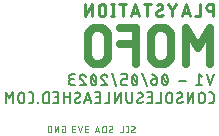
<source format=gbr>
G04 EAGLE Gerber RS-274X export*
G75*
%MOMM*%
%FSLAX34Y34*%
%LPD*%
%INSilkscreen Bottom*%
%IPPOS*%
%AMOC8*
5,1,8,0,0,1.08239X$1,22.5*%
G01*
%ADD10C,0.685800*%
%ADD11C,0.127000*%
%ADD12C,0.228600*%
%ADD13C,0.050800*%


D10*
X194071Y85329D02*
X194071Y116571D01*
X183657Y99214D01*
X173243Y116571D01*
X173243Y85329D01*
X160903Y94007D02*
X160903Y107893D01*
X160900Y108104D01*
X160893Y108316D01*
X160880Y108526D01*
X160862Y108737D01*
X160839Y108947D01*
X160811Y109157D01*
X160777Y109365D01*
X160739Y109573D01*
X160695Y109780D01*
X160647Y109986D01*
X160593Y110190D01*
X160535Y110393D01*
X160472Y110595D01*
X160403Y110795D01*
X160330Y110993D01*
X160252Y111190D01*
X160170Y111384D01*
X160082Y111576D01*
X159990Y111767D01*
X159894Y111955D01*
X159793Y112140D01*
X159687Y112323D01*
X159577Y112504D01*
X159462Y112681D01*
X159344Y112856D01*
X159221Y113028D01*
X159094Y113197D01*
X158962Y113362D01*
X158827Y113525D01*
X158688Y113684D01*
X158545Y113840D01*
X158399Y113992D01*
X158248Y114140D01*
X158094Y114285D01*
X157937Y114426D01*
X157776Y114563D01*
X157612Y114697D01*
X157445Y114826D01*
X157274Y114951D01*
X157101Y115072D01*
X156925Y115188D01*
X156746Y115300D01*
X156564Y115408D01*
X156380Y115512D01*
X156193Y115611D01*
X156004Y115705D01*
X155812Y115795D01*
X155619Y115880D01*
X155424Y115960D01*
X155226Y116036D01*
X155027Y116106D01*
X154826Y116172D01*
X154624Y116233D01*
X154420Y116289D01*
X154215Y116340D01*
X154009Y116386D01*
X153801Y116427D01*
X153593Y116463D01*
X153384Y116493D01*
X153174Y116519D01*
X152964Y116539D01*
X152753Y116555D01*
X152542Y116565D01*
X152331Y116570D01*
X152119Y116570D01*
X151908Y116565D01*
X151697Y116555D01*
X151486Y116539D01*
X151276Y116519D01*
X151066Y116493D01*
X150857Y116463D01*
X150649Y116427D01*
X150441Y116386D01*
X150235Y116340D01*
X150030Y116289D01*
X149826Y116233D01*
X149624Y116172D01*
X149423Y116106D01*
X149224Y116036D01*
X149026Y115960D01*
X148831Y115880D01*
X148638Y115795D01*
X148446Y115705D01*
X148257Y115611D01*
X148070Y115512D01*
X147886Y115408D01*
X147704Y115300D01*
X147525Y115188D01*
X147349Y115072D01*
X147176Y114951D01*
X147005Y114826D01*
X146838Y114697D01*
X146674Y114563D01*
X146513Y114426D01*
X146356Y114285D01*
X146202Y114140D01*
X146051Y113992D01*
X145905Y113840D01*
X145762Y113684D01*
X145623Y113525D01*
X145488Y113362D01*
X145356Y113197D01*
X145229Y113028D01*
X145106Y112856D01*
X144988Y112681D01*
X144873Y112504D01*
X144763Y112323D01*
X144657Y112140D01*
X144556Y111955D01*
X144460Y111767D01*
X144368Y111576D01*
X144280Y111384D01*
X144198Y111190D01*
X144120Y110993D01*
X144047Y110795D01*
X143978Y110595D01*
X143915Y110393D01*
X143857Y110190D01*
X143803Y109986D01*
X143755Y109780D01*
X143711Y109573D01*
X143673Y109365D01*
X143639Y109157D01*
X143611Y108947D01*
X143588Y108737D01*
X143570Y108526D01*
X143557Y108316D01*
X143550Y108104D01*
X143547Y107893D01*
X143546Y107893D02*
X143546Y94007D01*
X143547Y94007D02*
X143550Y93796D01*
X143557Y93584D01*
X143570Y93374D01*
X143588Y93163D01*
X143611Y92953D01*
X143639Y92743D01*
X143673Y92535D01*
X143711Y92327D01*
X143755Y92120D01*
X143803Y91914D01*
X143857Y91710D01*
X143915Y91507D01*
X143978Y91305D01*
X144047Y91105D01*
X144120Y90907D01*
X144198Y90710D01*
X144280Y90516D01*
X144368Y90324D01*
X144460Y90133D01*
X144556Y89945D01*
X144657Y89760D01*
X144763Y89577D01*
X144873Y89396D01*
X144988Y89219D01*
X145106Y89044D01*
X145229Y88872D01*
X145356Y88703D01*
X145488Y88538D01*
X145623Y88375D01*
X145762Y88216D01*
X145905Y88060D01*
X146051Y87908D01*
X146202Y87760D01*
X146356Y87615D01*
X146513Y87474D01*
X146674Y87337D01*
X146838Y87203D01*
X147005Y87074D01*
X147176Y86949D01*
X147349Y86828D01*
X147525Y86712D01*
X147704Y86600D01*
X147886Y86492D01*
X148070Y86388D01*
X148257Y86289D01*
X148446Y86195D01*
X148638Y86105D01*
X148831Y86020D01*
X149026Y85940D01*
X149224Y85864D01*
X149423Y85794D01*
X149624Y85728D01*
X149826Y85667D01*
X150030Y85611D01*
X150235Y85560D01*
X150441Y85514D01*
X150649Y85473D01*
X150857Y85437D01*
X151066Y85407D01*
X151276Y85381D01*
X151486Y85361D01*
X151697Y85345D01*
X151908Y85335D01*
X152119Y85330D01*
X152331Y85330D01*
X152542Y85335D01*
X152753Y85345D01*
X152964Y85361D01*
X153174Y85381D01*
X153384Y85407D01*
X153593Y85437D01*
X153801Y85473D01*
X154009Y85514D01*
X154215Y85560D01*
X154420Y85611D01*
X154624Y85667D01*
X154826Y85728D01*
X155027Y85794D01*
X155226Y85864D01*
X155424Y85940D01*
X155619Y86020D01*
X155812Y86105D01*
X156004Y86195D01*
X156193Y86289D01*
X156380Y86388D01*
X156564Y86492D01*
X156746Y86600D01*
X156925Y86712D01*
X157101Y86828D01*
X157274Y86949D01*
X157445Y87074D01*
X157612Y87203D01*
X157776Y87337D01*
X157937Y87474D01*
X158094Y87615D01*
X158248Y87760D01*
X158399Y87908D01*
X158545Y88060D01*
X158688Y88216D01*
X158827Y88375D01*
X158962Y88538D01*
X159094Y88703D01*
X159221Y88872D01*
X159344Y89044D01*
X159462Y89219D01*
X159577Y89396D01*
X159687Y89577D01*
X159793Y89760D01*
X159894Y89945D01*
X159990Y90133D01*
X160082Y90324D01*
X160170Y90516D01*
X160252Y90710D01*
X160330Y90907D01*
X160403Y91105D01*
X160472Y91305D01*
X160535Y91507D01*
X160593Y91710D01*
X160647Y91914D01*
X160695Y92120D01*
X160739Y92327D01*
X160777Y92535D01*
X160811Y92743D01*
X160839Y92953D01*
X160862Y93163D01*
X160880Y93374D01*
X160893Y93584D01*
X160900Y93796D01*
X160903Y94007D01*
X131319Y85329D02*
X131319Y116571D01*
X117434Y116571D01*
X117434Y102686D02*
X131319Y102686D01*
X107563Y107893D02*
X107563Y94007D01*
X107563Y107893D02*
X107560Y108104D01*
X107553Y108316D01*
X107540Y108526D01*
X107522Y108737D01*
X107499Y108947D01*
X107471Y109157D01*
X107437Y109365D01*
X107399Y109573D01*
X107355Y109780D01*
X107307Y109986D01*
X107253Y110190D01*
X107195Y110393D01*
X107132Y110595D01*
X107063Y110795D01*
X106990Y110993D01*
X106912Y111190D01*
X106830Y111384D01*
X106742Y111576D01*
X106650Y111767D01*
X106554Y111955D01*
X106453Y112140D01*
X106347Y112323D01*
X106237Y112504D01*
X106122Y112681D01*
X106004Y112856D01*
X105881Y113028D01*
X105754Y113197D01*
X105622Y113362D01*
X105487Y113525D01*
X105348Y113684D01*
X105205Y113840D01*
X105059Y113992D01*
X104908Y114140D01*
X104754Y114285D01*
X104597Y114426D01*
X104436Y114563D01*
X104272Y114697D01*
X104105Y114826D01*
X103934Y114951D01*
X103761Y115072D01*
X103585Y115188D01*
X103406Y115300D01*
X103224Y115408D01*
X103040Y115512D01*
X102853Y115611D01*
X102664Y115705D01*
X102472Y115795D01*
X102279Y115880D01*
X102084Y115960D01*
X101886Y116036D01*
X101687Y116106D01*
X101486Y116172D01*
X101284Y116233D01*
X101080Y116289D01*
X100875Y116340D01*
X100669Y116386D01*
X100461Y116427D01*
X100253Y116463D01*
X100044Y116493D01*
X99834Y116519D01*
X99624Y116539D01*
X99413Y116555D01*
X99202Y116565D01*
X98991Y116570D01*
X98779Y116570D01*
X98568Y116565D01*
X98357Y116555D01*
X98146Y116539D01*
X97936Y116519D01*
X97726Y116493D01*
X97517Y116463D01*
X97309Y116427D01*
X97101Y116386D01*
X96895Y116340D01*
X96690Y116289D01*
X96486Y116233D01*
X96284Y116172D01*
X96083Y116106D01*
X95884Y116036D01*
X95686Y115960D01*
X95491Y115880D01*
X95298Y115795D01*
X95106Y115705D01*
X94917Y115611D01*
X94730Y115512D01*
X94546Y115408D01*
X94364Y115300D01*
X94185Y115188D01*
X94009Y115072D01*
X93836Y114951D01*
X93665Y114826D01*
X93498Y114697D01*
X93334Y114563D01*
X93173Y114426D01*
X93016Y114285D01*
X92862Y114140D01*
X92711Y113992D01*
X92565Y113840D01*
X92422Y113684D01*
X92283Y113525D01*
X92148Y113362D01*
X92016Y113197D01*
X91889Y113028D01*
X91766Y112856D01*
X91648Y112681D01*
X91533Y112504D01*
X91423Y112323D01*
X91317Y112140D01*
X91216Y111955D01*
X91120Y111767D01*
X91028Y111576D01*
X90940Y111384D01*
X90858Y111190D01*
X90780Y110993D01*
X90707Y110795D01*
X90638Y110595D01*
X90575Y110393D01*
X90517Y110190D01*
X90463Y109986D01*
X90415Y109780D01*
X90371Y109573D01*
X90333Y109365D01*
X90299Y109157D01*
X90271Y108947D01*
X90248Y108737D01*
X90230Y108526D01*
X90217Y108316D01*
X90210Y108104D01*
X90207Y107893D01*
X90206Y107893D02*
X90206Y94007D01*
X90207Y94007D02*
X90210Y93796D01*
X90217Y93584D01*
X90230Y93374D01*
X90248Y93163D01*
X90271Y92953D01*
X90299Y92743D01*
X90333Y92535D01*
X90371Y92327D01*
X90415Y92120D01*
X90463Y91914D01*
X90517Y91710D01*
X90575Y91507D01*
X90638Y91305D01*
X90707Y91105D01*
X90780Y90907D01*
X90858Y90710D01*
X90940Y90516D01*
X91028Y90324D01*
X91120Y90133D01*
X91216Y89945D01*
X91317Y89760D01*
X91423Y89577D01*
X91533Y89396D01*
X91648Y89219D01*
X91766Y89044D01*
X91889Y88872D01*
X92016Y88703D01*
X92148Y88538D01*
X92283Y88375D01*
X92422Y88216D01*
X92565Y88060D01*
X92711Y87908D01*
X92862Y87760D01*
X93016Y87615D01*
X93173Y87474D01*
X93334Y87337D01*
X93498Y87203D01*
X93665Y87074D01*
X93836Y86949D01*
X94009Y86828D01*
X94185Y86712D01*
X94364Y86600D01*
X94546Y86492D01*
X94730Y86388D01*
X94917Y86289D01*
X95106Y86195D01*
X95298Y86105D01*
X95491Y86020D01*
X95686Y85940D01*
X95884Y85864D01*
X96083Y85794D01*
X96284Y85728D01*
X96486Y85667D01*
X96690Y85611D01*
X96895Y85560D01*
X97101Y85514D01*
X97309Y85473D01*
X97517Y85437D01*
X97726Y85407D01*
X97936Y85381D01*
X98146Y85361D01*
X98357Y85345D01*
X98568Y85335D01*
X98779Y85330D01*
X98991Y85330D01*
X99202Y85335D01*
X99413Y85345D01*
X99624Y85361D01*
X99834Y85381D01*
X100044Y85407D01*
X100253Y85437D01*
X100461Y85473D01*
X100669Y85514D01*
X100875Y85560D01*
X101080Y85611D01*
X101284Y85667D01*
X101486Y85728D01*
X101687Y85794D01*
X101886Y85864D01*
X102084Y85940D01*
X102279Y86020D01*
X102472Y86105D01*
X102664Y86195D01*
X102853Y86289D01*
X103040Y86388D01*
X103224Y86492D01*
X103406Y86600D01*
X103585Y86712D01*
X103761Y86828D01*
X103934Y86949D01*
X104105Y87074D01*
X104272Y87203D01*
X104436Y87337D01*
X104597Y87474D01*
X104754Y87615D01*
X104908Y87760D01*
X105059Y87908D01*
X105205Y88060D01*
X105348Y88216D01*
X105487Y88375D01*
X105622Y88538D01*
X105754Y88703D01*
X105881Y88872D01*
X106004Y89044D01*
X106122Y89219D01*
X106237Y89396D01*
X106347Y89577D01*
X106453Y89760D01*
X106554Y89945D01*
X106650Y90133D01*
X106742Y90324D01*
X106830Y90516D01*
X106912Y90710D01*
X106990Y90907D01*
X107063Y91105D01*
X107132Y91305D01*
X107195Y91507D01*
X107253Y91710D01*
X107307Y91914D01*
X107355Y92120D01*
X107399Y92327D01*
X107437Y92535D01*
X107471Y92743D01*
X107499Y92953D01*
X107522Y93163D01*
X107540Y93374D01*
X107553Y93584D01*
X107560Y93796D01*
X107563Y94007D01*
D11*
X193902Y67975D02*
X196865Y76865D01*
X190938Y76865D02*
X193902Y67975D01*
X187227Y74889D02*
X184758Y76865D01*
X184758Y67975D01*
X187227Y67975D02*
X182288Y67975D01*
X173091Y71432D02*
X167164Y71432D01*
X157966Y72420D02*
X157964Y72595D01*
X157958Y72770D01*
X157947Y72944D01*
X157933Y73119D01*
X157914Y73292D01*
X157891Y73466D01*
X157864Y73639D01*
X157833Y73811D01*
X157798Y73982D01*
X157758Y74152D01*
X157715Y74322D01*
X157667Y74490D01*
X157616Y74657D01*
X157561Y74823D01*
X157501Y74988D01*
X157438Y75151D01*
X157371Y75312D01*
X157300Y75472D01*
X157225Y75630D01*
X157225Y75631D02*
X157196Y75709D01*
X157164Y75787D01*
X157127Y75862D01*
X157088Y75936D01*
X157045Y76008D01*
X156999Y76079D01*
X156949Y76146D01*
X156897Y76212D01*
X156842Y76275D01*
X156783Y76335D01*
X156722Y76393D01*
X156659Y76448D01*
X156593Y76500D01*
X156524Y76549D01*
X156454Y76594D01*
X156382Y76637D01*
X156307Y76676D01*
X156231Y76711D01*
X156154Y76743D01*
X156075Y76771D01*
X155994Y76796D01*
X155913Y76817D01*
X155831Y76834D01*
X155748Y76848D01*
X155665Y76857D01*
X155581Y76863D01*
X155497Y76865D01*
X155413Y76863D01*
X155329Y76857D01*
X155246Y76848D01*
X155163Y76834D01*
X155081Y76817D01*
X155000Y76796D01*
X154919Y76771D01*
X154840Y76743D01*
X154763Y76711D01*
X154687Y76676D01*
X154612Y76637D01*
X154540Y76594D01*
X154469Y76549D01*
X154401Y76500D01*
X154335Y76448D01*
X154272Y76393D01*
X154211Y76335D01*
X154152Y76275D01*
X154097Y76212D01*
X154045Y76146D01*
X153995Y76079D01*
X153949Y76008D01*
X153906Y75936D01*
X153867Y75862D01*
X153830Y75787D01*
X153798Y75709D01*
X153769Y75631D01*
X153768Y75630D02*
X153693Y75472D01*
X153622Y75312D01*
X153555Y75151D01*
X153492Y74988D01*
X153432Y74823D01*
X153377Y74657D01*
X153326Y74490D01*
X153278Y74322D01*
X153235Y74152D01*
X153195Y73982D01*
X153160Y73811D01*
X153129Y73639D01*
X153102Y73466D01*
X153079Y73292D01*
X153060Y73119D01*
X153046Y72944D01*
X153035Y72770D01*
X153029Y72595D01*
X153027Y72420D01*
X157966Y72420D02*
X157964Y72245D01*
X157958Y72070D01*
X157947Y71896D01*
X157933Y71721D01*
X157914Y71548D01*
X157891Y71374D01*
X157864Y71201D01*
X157833Y71029D01*
X157798Y70858D01*
X157758Y70688D01*
X157715Y70518D01*
X157667Y70350D01*
X157616Y70183D01*
X157561Y70017D01*
X157501Y69852D01*
X157438Y69689D01*
X157371Y69528D01*
X157300Y69368D01*
X157225Y69210D01*
X157225Y69209D02*
X157196Y69131D01*
X157164Y69053D01*
X157127Y68978D01*
X157088Y68904D01*
X157045Y68831D01*
X156999Y68761D01*
X156949Y68694D01*
X156897Y68628D01*
X156841Y68565D01*
X156783Y68505D01*
X156722Y68447D01*
X156659Y68392D01*
X156593Y68340D01*
X156524Y68291D01*
X156454Y68246D01*
X156382Y68203D01*
X156307Y68164D01*
X156231Y68129D01*
X156154Y68097D01*
X156075Y68069D01*
X155994Y68044D01*
X155913Y68023D01*
X155831Y68006D01*
X155748Y67992D01*
X155665Y67983D01*
X155581Y67977D01*
X155497Y67975D01*
X153769Y69210D02*
X153694Y69368D01*
X153623Y69528D01*
X153556Y69689D01*
X153493Y69852D01*
X153433Y70017D01*
X153378Y70183D01*
X153327Y70350D01*
X153279Y70518D01*
X153236Y70688D01*
X153196Y70858D01*
X153161Y71029D01*
X153130Y71201D01*
X153103Y71374D01*
X153080Y71548D01*
X153061Y71721D01*
X153047Y71896D01*
X153036Y72070D01*
X153030Y72245D01*
X153028Y72420D01*
X153769Y69209D02*
X153798Y69131D01*
X153830Y69053D01*
X153867Y68978D01*
X153906Y68904D01*
X153949Y68831D01*
X153995Y68761D01*
X154045Y68694D01*
X154097Y68628D01*
X154153Y68565D01*
X154211Y68505D01*
X154272Y68447D01*
X154335Y68392D01*
X154401Y68340D01*
X154470Y68291D01*
X154540Y68246D01*
X154612Y68203D01*
X154687Y68164D01*
X154763Y68129D01*
X154840Y68097D01*
X154919Y68069D01*
X155000Y68044D01*
X155081Y68023D01*
X155163Y68006D01*
X155246Y67992D01*
X155329Y67983D01*
X155413Y67977D01*
X155497Y67975D01*
X157473Y69951D02*
X153521Y74889D01*
X148822Y72914D02*
X145859Y72914D01*
X145773Y72912D01*
X145687Y72906D01*
X145601Y72897D01*
X145516Y72884D01*
X145431Y72867D01*
X145348Y72847D01*
X145265Y72823D01*
X145183Y72795D01*
X145103Y72764D01*
X145024Y72729D01*
X144947Y72691D01*
X144871Y72649D01*
X144797Y72605D01*
X144726Y72557D01*
X144656Y72506D01*
X144589Y72452D01*
X144524Y72395D01*
X144462Y72335D01*
X144402Y72273D01*
X144345Y72208D01*
X144291Y72141D01*
X144240Y72071D01*
X144192Y72000D01*
X144148Y71926D01*
X144106Y71850D01*
X144068Y71773D01*
X144033Y71694D01*
X144002Y71614D01*
X143974Y71532D01*
X143950Y71449D01*
X143930Y71366D01*
X143913Y71281D01*
X143900Y71196D01*
X143891Y71110D01*
X143885Y71024D01*
X143883Y70938D01*
X143884Y70938D02*
X143884Y70444D01*
X143886Y70346D01*
X143892Y70248D01*
X143902Y70150D01*
X143915Y70053D01*
X143933Y69956D01*
X143954Y69860D01*
X143979Y69766D01*
X144008Y69672D01*
X144040Y69579D01*
X144077Y69488D01*
X144116Y69398D01*
X144160Y69310D01*
X144207Y69224D01*
X144257Y69139D01*
X144310Y69057D01*
X144367Y68977D01*
X144427Y68899D01*
X144490Y68824D01*
X144556Y68751D01*
X144625Y68681D01*
X144696Y68614D01*
X144770Y68549D01*
X144847Y68488D01*
X144926Y68429D01*
X145007Y68374D01*
X145090Y68322D01*
X145176Y68274D01*
X145263Y68229D01*
X145352Y68187D01*
X145442Y68149D01*
X145534Y68115D01*
X145627Y68084D01*
X145722Y68057D01*
X145817Y68034D01*
X145914Y68014D01*
X146010Y67999D01*
X146108Y67987D01*
X146206Y67979D01*
X146304Y67975D01*
X146402Y67975D01*
X146500Y67979D01*
X146598Y67987D01*
X146696Y67999D01*
X146792Y68014D01*
X146889Y68034D01*
X146984Y68057D01*
X147079Y68084D01*
X147172Y68115D01*
X147264Y68149D01*
X147354Y68187D01*
X147443Y68229D01*
X147530Y68274D01*
X147616Y68322D01*
X147699Y68374D01*
X147780Y68429D01*
X147859Y68488D01*
X147936Y68549D01*
X148010Y68614D01*
X148081Y68681D01*
X148150Y68751D01*
X148216Y68824D01*
X148279Y68899D01*
X148339Y68977D01*
X148396Y69057D01*
X148449Y69139D01*
X148499Y69224D01*
X148546Y69310D01*
X148590Y69398D01*
X148629Y69488D01*
X148666Y69579D01*
X148698Y69672D01*
X148727Y69766D01*
X148752Y69860D01*
X148773Y69956D01*
X148791Y70053D01*
X148804Y70150D01*
X148814Y70248D01*
X148820Y70346D01*
X148822Y70444D01*
X148822Y72914D01*
X148820Y73038D01*
X148814Y73162D01*
X148804Y73286D01*
X148791Y73409D01*
X148773Y73532D01*
X148752Y73654D01*
X148727Y73776D01*
X148698Y73897D01*
X148665Y74016D01*
X148629Y74135D01*
X148588Y74252D01*
X148545Y74368D01*
X148497Y74483D01*
X148446Y74596D01*
X148391Y74708D01*
X148333Y74817D01*
X148272Y74925D01*
X148207Y75031D01*
X148139Y75135D01*
X148067Y75236D01*
X147993Y75336D01*
X147915Y75432D01*
X147835Y75527D01*
X147751Y75619D01*
X147665Y75708D01*
X147576Y75794D01*
X147484Y75878D01*
X147389Y75958D01*
X147293Y76036D01*
X147193Y76110D01*
X147092Y76182D01*
X146988Y76250D01*
X146882Y76315D01*
X146774Y76376D01*
X146665Y76434D01*
X146553Y76489D01*
X146440Y76540D01*
X146326Y76588D01*
X146209Y76631D01*
X146092Y76672D01*
X145973Y76708D01*
X145854Y76741D01*
X145733Y76770D01*
X145611Y76795D01*
X145489Y76816D01*
X145366Y76834D01*
X145243Y76847D01*
X145119Y76857D01*
X144995Y76863D01*
X144871Y76865D01*
X136148Y77853D02*
X140099Y66987D01*
X132363Y72420D02*
X132361Y72595D01*
X132355Y72770D01*
X132344Y72944D01*
X132330Y73119D01*
X132311Y73292D01*
X132288Y73466D01*
X132261Y73639D01*
X132230Y73811D01*
X132195Y73982D01*
X132155Y74152D01*
X132112Y74322D01*
X132064Y74490D01*
X132013Y74657D01*
X131958Y74823D01*
X131898Y74988D01*
X131835Y75151D01*
X131768Y75312D01*
X131697Y75472D01*
X131622Y75630D01*
X131622Y75631D02*
X131593Y75709D01*
X131561Y75787D01*
X131524Y75862D01*
X131485Y75936D01*
X131442Y76008D01*
X131396Y76079D01*
X131346Y76146D01*
X131294Y76212D01*
X131239Y76275D01*
X131180Y76335D01*
X131119Y76393D01*
X131056Y76448D01*
X130990Y76500D01*
X130921Y76549D01*
X130851Y76594D01*
X130779Y76637D01*
X130704Y76676D01*
X130628Y76711D01*
X130551Y76743D01*
X130472Y76771D01*
X130391Y76796D01*
X130310Y76817D01*
X130228Y76834D01*
X130145Y76848D01*
X130062Y76857D01*
X129978Y76863D01*
X129894Y76865D01*
X129810Y76863D01*
X129726Y76857D01*
X129643Y76848D01*
X129560Y76834D01*
X129478Y76817D01*
X129397Y76796D01*
X129316Y76771D01*
X129237Y76743D01*
X129160Y76711D01*
X129084Y76676D01*
X129009Y76637D01*
X128937Y76594D01*
X128866Y76549D01*
X128798Y76500D01*
X128732Y76448D01*
X128669Y76393D01*
X128608Y76335D01*
X128549Y76275D01*
X128494Y76212D01*
X128442Y76146D01*
X128392Y76079D01*
X128346Y76008D01*
X128303Y75936D01*
X128264Y75862D01*
X128227Y75787D01*
X128195Y75709D01*
X128166Y75631D01*
X128165Y75630D02*
X128090Y75472D01*
X128019Y75312D01*
X127952Y75151D01*
X127889Y74988D01*
X127829Y74823D01*
X127774Y74657D01*
X127723Y74490D01*
X127675Y74322D01*
X127632Y74152D01*
X127592Y73982D01*
X127557Y73811D01*
X127526Y73639D01*
X127499Y73466D01*
X127476Y73292D01*
X127457Y73119D01*
X127443Y72944D01*
X127432Y72770D01*
X127426Y72595D01*
X127424Y72420D01*
X132363Y72420D02*
X132361Y72245D01*
X132355Y72070D01*
X132344Y71896D01*
X132330Y71721D01*
X132311Y71548D01*
X132288Y71374D01*
X132261Y71201D01*
X132230Y71029D01*
X132195Y70858D01*
X132155Y70688D01*
X132112Y70518D01*
X132064Y70350D01*
X132013Y70183D01*
X131958Y70017D01*
X131898Y69852D01*
X131835Y69689D01*
X131768Y69528D01*
X131697Y69368D01*
X131622Y69210D01*
X131622Y69209D02*
X131593Y69131D01*
X131561Y69053D01*
X131524Y68978D01*
X131485Y68904D01*
X131442Y68831D01*
X131396Y68761D01*
X131346Y68694D01*
X131294Y68628D01*
X131238Y68565D01*
X131180Y68505D01*
X131119Y68447D01*
X131056Y68392D01*
X130990Y68340D01*
X130921Y68291D01*
X130851Y68246D01*
X130779Y68203D01*
X130704Y68164D01*
X130628Y68129D01*
X130551Y68097D01*
X130472Y68069D01*
X130391Y68044D01*
X130310Y68023D01*
X130228Y68006D01*
X130145Y67992D01*
X130062Y67983D01*
X129978Y67977D01*
X129894Y67975D01*
X128165Y69210D02*
X128090Y69368D01*
X128019Y69528D01*
X127952Y69689D01*
X127889Y69852D01*
X127829Y70017D01*
X127774Y70183D01*
X127723Y70350D01*
X127675Y70518D01*
X127632Y70688D01*
X127592Y70858D01*
X127557Y71029D01*
X127526Y71201D01*
X127499Y71374D01*
X127476Y71548D01*
X127457Y71721D01*
X127443Y71896D01*
X127432Y72070D01*
X127426Y72245D01*
X127424Y72420D01*
X128166Y69209D02*
X128195Y69131D01*
X128227Y69053D01*
X128264Y68978D01*
X128303Y68904D01*
X128346Y68831D01*
X128392Y68761D01*
X128442Y68694D01*
X128494Y68628D01*
X128550Y68565D01*
X128608Y68505D01*
X128669Y68447D01*
X128732Y68392D01*
X128798Y68340D01*
X128867Y68291D01*
X128937Y68246D01*
X129009Y68203D01*
X129084Y68164D01*
X129160Y68129D01*
X129237Y68097D01*
X129316Y68069D01*
X129397Y68044D01*
X129478Y68023D01*
X129560Y68006D01*
X129643Y67992D01*
X129726Y67983D01*
X129810Y67977D01*
X129894Y67975D01*
X131869Y69951D02*
X127918Y74889D01*
X123219Y67975D02*
X120256Y67975D01*
X120167Y67977D01*
X120079Y67983D01*
X119991Y67993D01*
X119903Y68007D01*
X119816Y68025D01*
X119730Y68046D01*
X119645Y68072D01*
X119562Y68101D01*
X119479Y68134D01*
X119399Y68171D01*
X119320Y68211D01*
X119243Y68255D01*
X119167Y68302D01*
X119095Y68352D01*
X119024Y68406D01*
X118956Y68463D01*
X118890Y68523D01*
X118828Y68585D01*
X118768Y68651D01*
X118711Y68719D01*
X118657Y68790D01*
X118607Y68862D01*
X118560Y68937D01*
X118516Y69015D01*
X118476Y69094D01*
X118439Y69174D01*
X118406Y69257D01*
X118377Y69340D01*
X118351Y69425D01*
X118330Y69511D01*
X118312Y69598D01*
X118298Y69686D01*
X118288Y69774D01*
X118282Y69862D01*
X118280Y69951D01*
X118280Y70938D01*
X118282Y71024D01*
X118288Y71110D01*
X118297Y71196D01*
X118310Y71281D01*
X118327Y71366D01*
X118347Y71449D01*
X118371Y71532D01*
X118399Y71614D01*
X118430Y71694D01*
X118465Y71773D01*
X118503Y71850D01*
X118545Y71926D01*
X118589Y72000D01*
X118637Y72071D01*
X118688Y72141D01*
X118742Y72208D01*
X118799Y72273D01*
X118859Y72335D01*
X118921Y72395D01*
X118986Y72452D01*
X119053Y72506D01*
X119123Y72557D01*
X119194Y72605D01*
X119268Y72649D01*
X119344Y72691D01*
X119421Y72729D01*
X119500Y72764D01*
X119580Y72795D01*
X119662Y72823D01*
X119745Y72847D01*
X119828Y72867D01*
X119913Y72884D01*
X119998Y72897D01*
X120084Y72906D01*
X120170Y72912D01*
X120256Y72914D01*
X123219Y72914D01*
X123219Y76865D01*
X118280Y76865D01*
X110545Y77853D02*
X114496Y66987D01*
X104044Y76866D02*
X103952Y76864D01*
X103860Y76858D01*
X103769Y76849D01*
X103678Y76836D01*
X103588Y76819D01*
X103498Y76798D01*
X103410Y76774D01*
X103322Y76746D01*
X103236Y76714D01*
X103151Y76679D01*
X103068Y76640D01*
X102986Y76598D01*
X102906Y76553D01*
X102828Y76504D01*
X102752Y76452D01*
X102679Y76397D01*
X102607Y76339D01*
X102538Y76279D01*
X102472Y76215D01*
X102408Y76149D01*
X102348Y76080D01*
X102290Y76008D01*
X102235Y75935D01*
X102183Y75859D01*
X102134Y75781D01*
X102089Y75701D01*
X102047Y75619D01*
X102008Y75536D01*
X101973Y75451D01*
X101941Y75365D01*
X101913Y75277D01*
X101889Y75189D01*
X101868Y75099D01*
X101851Y75009D01*
X101838Y74918D01*
X101829Y74827D01*
X101823Y74735D01*
X101821Y74643D01*
X104044Y76865D02*
X104150Y76863D01*
X104255Y76857D01*
X104360Y76847D01*
X104465Y76834D01*
X104569Y76816D01*
X104672Y76795D01*
X104775Y76770D01*
X104877Y76741D01*
X104977Y76708D01*
X105076Y76672D01*
X105174Y76632D01*
X105270Y76588D01*
X105365Y76541D01*
X105457Y76491D01*
X105548Y76437D01*
X105637Y76379D01*
X105723Y76319D01*
X105807Y76255D01*
X105889Y76189D01*
X105969Y76119D01*
X106045Y76046D01*
X106119Y75971D01*
X106190Y75893D01*
X106258Y75812D01*
X106324Y75729D01*
X106386Y75643D01*
X106444Y75556D01*
X106500Y75466D01*
X106552Y75374D01*
X106601Y75280D01*
X106646Y75185D01*
X106688Y75088D01*
X106726Y74989D01*
X106760Y74890D01*
X102562Y72914D02*
X102493Y72983D01*
X102427Y73053D01*
X102364Y73127D01*
X102305Y73203D01*
X102248Y73281D01*
X102194Y73361D01*
X102144Y73444D01*
X102097Y73528D01*
X102054Y73615D01*
X102014Y73703D01*
X101978Y73792D01*
X101945Y73883D01*
X101916Y73975D01*
X101891Y74069D01*
X101870Y74163D01*
X101852Y74258D01*
X101839Y74354D01*
X101829Y74450D01*
X101823Y74546D01*
X101821Y74643D01*
X102562Y72914D02*
X106760Y67975D01*
X101821Y67975D01*
X97616Y72420D02*
X97614Y72595D01*
X97608Y72770D01*
X97597Y72944D01*
X97583Y73119D01*
X97564Y73292D01*
X97541Y73466D01*
X97514Y73639D01*
X97483Y73811D01*
X97448Y73982D01*
X97408Y74152D01*
X97365Y74322D01*
X97317Y74490D01*
X97266Y74657D01*
X97211Y74823D01*
X97151Y74988D01*
X97088Y75151D01*
X97021Y75312D01*
X96950Y75472D01*
X96875Y75630D01*
X96875Y75631D02*
X96846Y75709D01*
X96814Y75787D01*
X96777Y75862D01*
X96738Y75936D01*
X96695Y76008D01*
X96649Y76079D01*
X96599Y76146D01*
X96547Y76212D01*
X96492Y76275D01*
X96433Y76335D01*
X96372Y76393D01*
X96309Y76448D01*
X96243Y76500D01*
X96174Y76549D01*
X96104Y76594D01*
X96032Y76637D01*
X95957Y76676D01*
X95881Y76711D01*
X95804Y76743D01*
X95725Y76771D01*
X95644Y76796D01*
X95563Y76817D01*
X95481Y76834D01*
X95398Y76848D01*
X95315Y76857D01*
X95231Y76863D01*
X95147Y76865D01*
X95063Y76863D01*
X94979Y76857D01*
X94896Y76848D01*
X94813Y76834D01*
X94731Y76817D01*
X94650Y76796D01*
X94569Y76771D01*
X94490Y76743D01*
X94413Y76711D01*
X94337Y76676D01*
X94262Y76637D01*
X94190Y76594D01*
X94119Y76549D01*
X94051Y76500D01*
X93985Y76448D01*
X93922Y76393D01*
X93861Y76335D01*
X93802Y76275D01*
X93747Y76212D01*
X93695Y76146D01*
X93645Y76079D01*
X93599Y76008D01*
X93556Y75936D01*
X93517Y75862D01*
X93480Y75787D01*
X93448Y75709D01*
X93419Y75631D01*
X93418Y75630D02*
X93343Y75472D01*
X93272Y75312D01*
X93205Y75151D01*
X93142Y74988D01*
X93082Y74823D01*
X93027Y74657D01*
X92976Y74490D01*
X92928Y74322D01*
X92885Y74152D01*
X92845Y73982D01*
X92810Y73811D01*
X92779Y73639D01*
X92752Y73466D01*
X92729Y73292D01*
X92710Y73119D01*
X92696Y72944D01*
X92685Y72770D01*
X92679Y72595D01*
X92677Y72420D01*
X97616Y72420D02*
X97614Y72245D01*
X97608Y72070D01*
X97597Y71896D01*
X97583Y71721D01*
X97564Y71548D01*
X97541Y71374D01*
X97514Y71201D01*
X97483Y71029D01*
X97448Y70858D01*
X97408Y70688D01*
X97365Y70518D01*
X97317Y70350D01*
X97266Y70183D01*
X97211Y70017D01*
X97151Y69852D01*
X97088Y69689D01*
X97021Y69528D01*
X96950Y69368D01*
X96875Y69210D01*
X96875Y69209D02*
X96846Y69131D01*
X96814Y69053D01*
X96777Y68978D01*
X96738Y68904D01*
X96695Y68831D01*
X96649Y68761D01*
X96599Y68694D01*
X96547Y68628D01*
X96491Y68565D01*
X96433Y68505D01*
X96372Y68447D01*
X96309Y68392D01*
X96243Y68340D01*
X96174Y68291D01*
X96104Y68246D01*
X96032Y68203D01*
X95957Y68164D01*
X95881Y68129D01*
X95804Y68097D01*
X95725Y68069D01*
X95644Y68044D01*
X95563Y68023D01*
X95481Y68006D01*
X95398Y67992D01*
X95315Y67983D01*
X95231Y67977D01*
X95147Y67975D01*
X93418Y69210D02*
X93343Y69368D01*
X93272Y69528D01*
X93205Y69689D01*
X93142Y69852D01*
X93082Y70017D01*
X93027Y70183D01*
X92976Y70350D01*
X92928Y70518D01*
X92885Y70688D01*
X92845Y70858D01*
X92810Y71029D01*
X92779Y71201D01*
X92752Y71374D01*
X92729Y71548D01*
X92710Y71721D01*
X92696Y71896D01*
X92685Y72070D01*
X92679Y72245D01*
X92677Y72420D01*
X93419Y69209D02*
X93448Y69131D01*
X93480Y69053D01*
X93517Y68978D01*
X93556Y68904D01*
X93599Y68831D01*
X93645Y68761D01*
X93695Y68694D01*
X93747Y68628D01*
X93803Y68565D01*
X93861Y68505D01*
X93922Y68447D01*
X93985Y68392D01*
X94051Y68340D01*
X94120Y68291D01*
X94190Y68246D01*
X94262Y68203D01*
X94337Y68164D01*
X94413Y68129D01*
X94490Y68097D01*
X94569Y68069D01*
X94650Y68044D01*
X94731Y68023D01*
X94813Y68006D01*
X94896Y67992D01*
X94979Y67983D01*
X95063Y67977D01*
X95147Y67975D01*
X97122Y69951D02*
X93171Y74889D01*
X85756Y76866D02*
X85664Y76864D01*
X85572Y76858D01*
X85481Y76849D01*
X85390Y76836D01*
X85300Y76819D01*
X85210Y76798D01*
X85122Y76774D01*
X85034Y76746D01*
X84948Y76714D01*
X84863Y76679D01*
X84780Y76640D01*
X84698Y76598D01*
X84618Y76553D01*
X84540Y76504D01*
X84464Y76452D01*
X84391Y76397D01*
X84319Y76339D01*
X84250Y76279D01*
X84184Y76215D01*
X84120Y76149D01*
X84060Y76080D01*
X84002Y76008D01*
X83947Y75935D01*
X83895Y75859D01*
X83846Y75781D01*
X83801Y75701D01*
X83759Y75619D01*
X83720Y75536D01*
X83685Y75451D01*
X83653Y75365D01*
X83625Y75277D01*
X83601Y75189D01*
X83580Y75099D01*
X83563Y75009D01*
X83550Y74918D01*
X83541Y74827D01*
X83535Y74735D01*
X83533Y74643D01*
X85756Y76865D02*
X85862Y76863D01*
X85967Y76857D01*
X86072Y76847D01*
X86177Y76834D01*
X86281Y76816D01*
X86384Y76795D01*
X86487Y76770D01*
X86589Y76741D01*
X86689Y76708D01*
X86788Y76672D01*
X86886Y76632D01*
X86982Y76588D01*
X87077Y76541D01*
X87169Y76491D01*
X87260Y76437D01*
X87349Y76379D01*
X87435Y76319D01*
X87519Y76255D01*
X87601Y76189D01*
X87681Y76119D01*
X87757Y76046D01*
X87831Y75971D01*
X87902Y75893D01*
X87970Y75812D01*
X88036Y75729D01*
X88098Y75643D01*
X88156Y75556D01*
X88212Y75466D01*
X88264Y75374D01*
X88313Y75280D01*
X88358Y75185D01*
X88400Y75088D01*
X88438Y74989D01*
X88472Y74890D01*
X84274Y72914D02*
X84205Y72983D01*
X84139Y73053D01*
X84076Y73127D01*
X84017Y73203D01*
X83960Y73281D01*
X83906Y73361D01*
X83856Y73444D01*
X83809Y73528D01*
X83766Y73615D01*
X83726Y73703D01*
X83690Y73792D01*
X83657Y73883D01*
X83628Y73975D01*
X83603Y74069D01*
X83582Y74163D01*
X83564Y74258D01*
X83551Y74354D01*
X83541Y74450D01*
X83535Y74546D01*
X83533Y74643D01*
X84274Y72914D02*
X88472Y67975D01*
X83533Y67975D01*
X79328Y67975D02*
X76859Y67975D01*
X76761Y67977D01*
X76663Y67983D01*
X76565Y67993D01*
X76468Y68006D01*
X76371Y68024D01*
X76275Y68045D01*
X76181Y68070D01*
X76087Y68099D01*
X75994Y68131D01*
X75903Y68168D01*
X75813Y68207D01*
X75725Y68251D01*
X75639Y68298D01*
X75554Y68348D01*
X75472Y68401D01*
X75392Y68458D01*
X75314Y68518D01*
X75239Y68581D01*
X75166Y68647D01*
X75096Y68716D01*
X75029Y68787D01*
X74964Y68861D01*
X74903Y68938D01*
X74844Y69017D01*
X74789Y69098D01*
X74737Y69181D01*
X74689Y69267D01*
X74644Y69354D01*
X74602Y69443D01*
X74564Y69533D01*
X74530Y69625D01*
X74499Y69718D01*
X74472Y69813D01*
X74449Y69908D01*
X74429Y70005D01*
X74414Y70101D01*
X74402Y70199D01*
X74394Y70297D01*
X74390Y70395D01*
X74390Y70493D01*
X74394Y70591D01*
X74402Y70689D01*
X74414Y70787D01*
X74429Y70883D01*
X74449Y70980D01*
X74472Y71075D01*
X74499Y71170D01*
X74530Y71263D01*
X74564Y71355D01*
X74602Y71445D01*
X74644Y71534D01*
X74689Y71621D01*
X74737Y71707D01*
X74789Y71790D01*
X74844Y71871D01*
X74903Y71950D01*
X74964Y72027D01*
X75029Y72101D01*
X75096Y72172D01*
X75166Y72241D01*
X75239Y72307D01*
X75314Y72370D01*
X75392Y72430D01*
X75472Y72487D01*
X75554Y72540D01*
X75639Y72590D01*
X75725Y72637D01*
X75813Y72681D01*
X75903Y72720D01*
X75994Y72757D01*
X76087Y72789D01*
X76181Y72818D01*
X76275Y72843D01*
X76371Y72864D01*
X76468Y72882D01*
X76565Y72895D01*
X76663Y72905D01*
X76761Y72911D01*
X76859Y72913D01*
X76365Y76865D02*
X79328Y76865D01*
X76365Y76865D02*
X76278Y76863D01*
X76190Y76857D01*
X76103Y76848D01*
X76017Y76834D01*
X75931Y76817D01*
X75847Y76796D01*
X75763Y76771D01*
X75680Y76742D01*
X75599Y76710D01*
X75519Y76675D01*
X75441Y76636D01*
X75364Y76593D01*
X75290Y76547D01*
X75218Y76498D01*
X75148Y76446D01*
X75080Y76390D01*
X75015Y76332D01*
X74952Y76271D01*
X74893Y76207D01*
X74836Y76140D01*
X74782Y76072D01*
X74731Y76000D01*
X74684Y75927D01*
X74639Y75852D01*
X74598Y75774D01*
X74561Y75695D01*
X74527Y75615D01*
X74497Y75533D01*
X74470Y75450D01*
X74447Y75365D01*
X74428Y75280D01*
X74413Y75194D01*
X74401Y75107D01*
X74393Y75020D01*
X74389Y74933D01*
X74389Y74845D01*
X74393Y74758D01*
X74401Y74671D01*
X74413Y74584D01*
X74428Y74498D01*
X74447Y74413D01*
X74470Y74328D01*
X74497Y74245D01*
X74527Y74163D01*
X74561Y74083D01*
X74598Y74004D01*
X74639Y73926D01*
X74684Y73851D01*
X74731Y73778D01*
X74782Y73706D01*
X74836Y73638D01*
X74893Y73571D01*
X74952Y73507D01*
X75015Y73446D01*
X75080Y73388D01*
X75148Y73332D01*
X75218Y73280D01*
X75290Y73231D01*
X75364Y73185D01*
X75441Y73142D01*
X75519Y73103D01*
X75599Y73068D01*
X75680Y73036D01*
X75763Y73007D01*
X75847Y72982D01*
X75931Y72961D01*
X76017Y72944D01*
X76103Y72930D01*
X76190Y72921D01*
X76278Y72915D01*
X76365Y72913D01*
X76365Y72914D02*
X78340Y72914D01*
X192914Y52735D02*
X194889Y52735D01*
X194975Y52737D01*
X195061Y52743D01*
X195147Y52752D01*
X195232Y52765D01*
X195317Y52782D01*
X195400Y52802D01*
X195483Y52826D01*
X195565Y52854D01*
X195645Y52885D01*
X195724Y52920D01*
X195801Y52958D01*
X195877Y53000D01*
X195951Y53044D01*
X196022Y53092D01*
X196092Y53143D01*
X196159Y53197D01*
X196224Y53254D01*
X196286Y53314D01*
X196346Y53376D01*
X196403Y53441D01*
X196457Y53508D01*
X196508Y53578D01*
X196556Y53649D01*
X196600Y53723D01*
X196642Y53799D01*
X196680Y53876D01*
X196715Y53955D01*
X196746Y54035D01*
X196774Y54117D01*
X196798Y54200D01*
X196818Y54283D01*
X196835Y54368D01*
X196848Y54453D01*
X196857Y54539D01*
X196863Y54625D01*
X196865Y54711D01*
X196865Y59649D01*
X196863Y59738D01*
X196857Y59826D01*
X196847Y59914D01*
X196833Y60002D01*
X196815Y60089D01*
X196794Y60175D01*
X196768Y60260D01*
X196739Y60343D01*
X196706Y60426D01*
X196669Y60506D01*
X196629Y60585D01*
X196585Y60662D01*
X196538Y60738D01*
X196488Y60810D01*
X196434Y60881D01*
X196377Y60949D01*
X196317Y61015D01*
X196255Y61077D01*
X196189Y61137D01*
X196121Y61194D01*
X196050Y61248D01*
X195978Y61298D01*
X195903Y61345D01*
X195825Y61389D01*
X195746Y61429D01*
X195666Y61466D01*
X195583Y61499D01*
X195500Y61528D01*
X195415Y61554D01*
X195329Y61575D01*
X195242Y61593D01*
X195154Y61607D01*
X195066Y61617D01*
X194978Y61623D01*
X194889Y61625D01*
X192914Y61625D01*
X189211Y59156D02*
X189211Y55204D01*
X189211Y59156D02*
X189209Y59254D01*
X189203Y59352D01*
X189193Y59450D01*
X189180Y59547D01*
X189162Y59644D01*
X189141Y59740D01*
X189116Y59834D01*
X189087Y59928D01*
X189055Y60021D01*
X189018Y60112D01*
X188979Y60202D01*
X188935Y60290D01*
X188888Y60376D01*
X188838Y60461D01*
X188785Y60543D01*
X188728Y60623D01*
X188668Y60701D01*
X188605Y60776D01*
X188539Y60849D01*
X188470Y60919D01*
X188399Y60986D01*
X188325Y61051D01*
X188248Y61112D01*
X188169Y61171D01*
X188088Y61226D01*
X188005Y61278D01*
X187919Y61326D01*
X187832Y61371D01*
X187743Y61413D01*
X187653Y61451D01*
X187561Y61485D01*
X187468Y61516D01*
X187373Y61543D01*
X187278Y61566D01*
X187181Y61586D01*
X187085Y61601D01*
X186987Y61613D01*
X186889Y61621D01*
X186791Y61625D01*
X186693Y61625D01*
X186595Y61621D01*
X186497Y61613D01*
X186399Y61601D01*
X186303Y61586D01*
X186206Y61566D01*
X186111Y61543D01*
X186016Y61516D01*
X185923Y61485D01*
X185831Y61451D01*
X185741Y61413D01*
X185652Y61371D01*
X185565Y61326D01*
X185479Y61278D01*
X185396Y61226D01*
X185315Y61171D01*
X185236Y61112D01*
X185159Y61051D01*
X185085Y60986D01*
X185014Y60919D01*
X184945Y60849D01*
X184879Y60776D01*
X184816Y60701D01*
X184756Y60623D01*
X184699Y60543D01*
X184646Y60461D01*
X184596Y60376D01*
X184549Y60290D01*
X184505Y60202D01*
X184466Y60112D01*
X184429Y60021D01*
X184397Y59928D01*
X184368Y59834D01*
X184343Y59740D01*
X184322Y59644D01*
X184304Y59547D01*
X184291Y59450D01*
X184281Y59352D01*
X184275Y59254D01*
X184273Y59156D01*
X184272Y59156D02*
X184272Y55204D01*
X184273Y55204D02*
X184275Y55106D01*
X184281Y55008D01*
X184291Y54910D01*
X184304Y54813D01*
X184322Y54716D01*
X184343Y54620D01*
X184368Y54526D01*
X184397Y54432D01*
X184429Y54339D01*
X184466Y54248D01*
X184505Y54158D01*
X184549Y54070D01*
X184596Y53984D01*
X184646Y53899D01*
X184699Y53817D01*
X184756Y53737D01*
X184816Y53659D01*
X184879Y53584D01*
X184945Y53511D01*
X185014Y53441D01*
X185085Y53374D01*
X185159Y53309D01*
X185236Y53248D01*
X185315Y53189D01*
X185396Y53134D01*
X185479Y53082D01*
X185565Y53034D01*
X185652Y52989D01*
X185741Y52947D01*
X185831Y52909D01*
X185923Y52875D01*
X186016Y52844D01*
X186111Y52817D01*
X186206Y52794D01*
X186303Y52774D01*
X186399Y52759D01*
X186497Y52747D01*
X186595Y52739D01*
X186693Y52735D01*
X186791Y52735D01*
X186889Y52739D01*
X186987Y52747D01*
X187085Y52759D01*
X187181Y52774D01*
X187278Y52794D01*
X187373Y52817D01*
X187468Y52844D01*
X187561Y52875D01*
X187653Y52909D01*
X187743Y52947D01*
X187832Y52989D01*
X187919Y53034D01*
X188005Y53082D01*
X188088Y53134D01*
X188169Y53189D01*
X188248Y53248D01*
X188325Y53309D01*
X188399Y53374D01*
X188470Y53441D01*
X188539Y53511D01*
X188605Y53584D01*
X188668Y53659D01*
X188728Y53737D01*
X188785Y53817D01*
X188838Y53899D01*
X188888Y53984D01*
X188935Y54070D01*
X188979Y54158D01*
X189018Y54248D01*
X189055Y54339D01*
X189087Y54432D01*
X189116Y54526D01*
X189141Y54620D01*
X189162Y54716D01*
X189180Y54813D01*
X189193Y54910D01*
X189203Y55008D01*
X189209Y55106D01*
X189211Y55204D01*
X179762Y52735D02*
X179762Y61625D01*
X174823Y52735D01*
X174823Y61625D01*
X167655Y52735D02*
X167569Y52737D01*
X167483Y52743D01*
X167397Y52752D01*
X167312Y52765D01*
X167227Y52782D01*
X167144Y52802D01*
X167061Y52826D01*
X166979Y52854D01*
X166899Y52885D01*
X166820Y52920D01*
X166743Y52958D01*
X166667Y53000D01*
X166593Y53044D01*
X166522Y53092D01*
X166452Y53143D01*
X166385Y53197D01*
X166320Y53254D01*
X166258Y53314D01*
X166198Y53376D01*
X166141Y53441D01*
X166087Y53508D01*
X166036Y53578D01*
X165988Y53649D01*
X165944Y53723D01*
X165902Y53799D01*
X165864Y53876D01*
X165829Y53955D01*
X165798Y54035D01*
X165770Y54117D01*
X165746Y54200D01*
X165726Y54283D01*
X165709Y54368D01*
X165696Y54453D01*
X165687Y54539D01*
X165681Y54625D01*
X165679Y54711D01*
X167655Y52735D02*
X167782Y52737D01*
X167908Y52743D01*
X168035Y52752D01*
X168161Y52766D01*
X168286Y52783D01*
X168411Y52804D01*
X168535Y52829D01*
X168659Y52858D01*
X168781Y52890D01*
X168903Y52926D01*
X169023Y52966D01*
X169142Y53009D01*
X169260Y53056D01*
X169376Y53107D01*
X169491Y53161D01*
X169604Y53218D01*
X169715Y53279D01*
X169824Y53343D01*
X169931Y53411D01*
X170037Y53481D01*
X170140Y53555D01*
X170240Y53632D01*
X170338Y53712D01*
X170434Y53795D01*
X170528Y53881D01*
X170618Y53970D01*
X170372Y59649D02*
X170370Y59735D01*
X170364Y59821D01*
X170355Y59907D01*
X170342Y59992D01*
X170325Y60077D01*
X170305Y60160D01*
X170281Y60243D01*
X170253Y60325D01*
X170222Y60405D01*
X170187Y60484D01*
X170149Y60561D01*
X170107Y60637D01*
X170063Y60711D01*
X170015Y60782D01*
X169964Y60852D01*
X169910Y60919D01*
X169853Y60984D01*
X169793Y61046D01*
X169731Y61106D01*
X169666Y61163D01*
X169599Y61217D01*
X169529Y61268D01*
X169458Y61316D01*
X169384Y61360D01*
X169308Y61402D01*
X169231Y61440D01*
X169152Y61475D01*
X169072Y61506D01*
X168990Y61534D01*
X168907Y61558D01*
X168824Y61578D01*
X168739Y61595D01*
X168654Y61608D01*
X168568Y61617D01*
X168482Y61623D01*
X168396Y61625D01*
X168277Y61623D01*
X168158Y61617D01*
X168039Y61608D01*
X167921Y61594D01*
X167803Y61577D01*
X167685Y61556D01*
X167569Y61531D01*
X167453Y61503D01*
X167338Y61471D01*
X167225Y61435D01*
X167112Y61395D01*
X167001Y61352D01*
X166891Y61306D01*
X166783Y61256D01*
X166677Y61202D01*
X166572Y61145D01*
X166470Y61085D01*
X166369Y61021D01*
X166270Y60954D01*
X166174Y60884D01*
X169383Y57921D02*
X169457Y57966D01*
X169529Y58015D01*
X169599Y58067D01*
X169666Y58122D01*
X169731Y58180D01*
X169793Y58240D01*
X169853Y58303D01*
X169909Y58369D01*
X169963Y58437D01*
X170014Y58507D01*
X170062Y58579D01*
X170107Y58654D01*
X170148Y58730D01*
X170186Y58808D01*
X170221Y58888D01*
X170252Y58969D01*
X170280Y59051D01*
X170304Y59134D01*
X170324Y59218D01*
X170341Y59304D01*
X170354Y59389D01*
X170363Y59476D01*
X170369Y59562D01*
X170371Y59649D01*
X166668Y56439D02*
X166594Y56394D01*
X166522Y56345D01*
X166452Y56293D01*
X166385Y56238D01*
X166320Y56180D01*
X166258Y56120D01*
X166199Y56057D01*
X166142Y55991D01*
X166088Y55923D01*
X166037Y55853D01*
X165989Y55781D01*
X165944Y55706D01*
X165903Y55630D01*
X165865Y55552D01*
X165830Y55472D01*
X165799Y55391D01*
X165771Y55309D01*
X165747Y55226D01*
X165727Y55142D01*
X165710Y55056D01*
X165697Y54971D01*
X165688Y54884D01*
X165682Y54798D01*
X165680Y54711D01*
X166667Y56439D02*
X169384Y57921D01*
X161779Y59156D02*
X161779Y55204D01*
X161779Y59156D02*
X161777Y59254D01*
X161771Y59352D01*
X161761Y59450D01*
X161748Y59547D01*
X161730Y59644D01*
X161709Y59740D01*
X161684Y59834D01*
X161655Y59928D01*
X161623Y60021D01*
X161586Y60112D01*
X161547Y60202D01*
X161503Y60290D01*
X161456Y60376D01*
X161406Y60461D01*
X161353Y60543D01*
X161296Y60623D01*
X161236Y60701D01*
X161173Y60776D01*
X161107Y60849D01*
X161038Y60919D01*
X160967Y60986D01*
X160893Y61051D01*
X160816Y61112D01*
X160737Y61171D01*
X160656Y61226D01*
X160573Y61278D01*
X160487Y61326D01*
X160400Y61371D01*
X160311Y61413D01*
X160221Y61451D01*
X160129Y61485D01*
X160036Y61516D01*
X159941Y61543D01*
X159846Y61566D01*
X159749Y61586D01*
X159653Y61601D01*
X159555Y61613D01*
X159457Y61621D01*
X159359Y61625D01*
X159261Y61625D01*
X159163Y61621D01*
X159065Y61613D01*
X158967Y61601D01*
X158871Y61586D01*
X158774Y61566D01*
X158679Y61543D01*
X158584Y61516D01*
X158491Y61485D01*
X158399Y61451D01*
X158309Y61413D01*
X158220Y61371D01*
X158133Y61326D01*
X158047Y61278D01*
X157964Y61226D01*
X157883Y61171D01*
X157804Y61112D01*
X157727Y61051D01*
X157653Y60986D01*
X157582Y60919D01*
X157513Y60849D01*
X157447Y60776D01*
X157384Y60701D01*
X157324Y60623D01*
X157267Y60543D01*
X157214Y60461D01*
X157164Y60376D01*
X157117Y60290D01*
X157073Y60202D01*
X157034Y60112D01*
X156997Y60021D01*
X156965Y59928D01*
X156936Y59834D01*
X156911Y59740D01*
X156890Y59644D01*
X156872Y59547D01*
X156859Y59450D01*
X156849Y59352D01*
X156843Y59254D01*
X156841Y59156D01*
X156840Y59156D02*
X156840Y55204D01*
X156841Y55204D02*
X156843Y55106D01*
X156849Y55008D01*
X156859Y54910D01*
X156872Y54813D01*
X156890Y54716D01*
X156911Y54620D01*
X156936Y54526D01*
X156965Y54432D01*
X156997Y54339D01*
X157034Y54248D01*
X157073Y54158D01*
X157117Y54070D01*
X157164Y53984D01*
X157214Y53899D01*
X157267Y53817D01*
X157324Y53737D01*
X157384Y53659D01*
X157447Y53584D01*
X157513Y53511D01*
X157582Y53441D01*
X157653Y53374D01*
X157727Y53309D01*
X157804Y53248D01*
X157883Y53189D01*
X157964Y53134D01*
X158047Y53082D01*
X158133Y53034D01*
X158220Y52989D01*
X158309Y52947D01*
X158399Y52909D01*
X158491Y52875D01*
X158584Y52844D01*
X158679Y52817D01*
X158774Y52794D01*
X158871Y52774D01*
X158967Y52759D01*
X159065Y52747D01*
X159163Y52739D01*
X159261Y52735D01*
X159359Y52735D01*
X159457Y52739D01*
X159555Y52747D01*
X159653Y52759D01*
X159749Y52774D01*
X159846Y52794D01*
X159941Y52817D01*
X160036Y52844D01*
X160129Y52875D01*
X160221Y52909D01*
X160311Y52947D01*
X160400Y52989D01*
X160487Y53034D01*
X160573Y53082D01*
X160656Y53134D01*
X160737Y53189D01*
X160816Y53248D01*
X160893Y53309D01*
X160967Y53374D01*
X161038Y53441D01*
X161107Y53511D01*
X161173Y53584D01*
X161236Y53659D01*
X161296Y53737D01*
X161353Y53817D01*
X161406Y53899D01*
X161456Y53984D01*
X161503Y54070D01*
X161547Y54158D01*
X161586Y54248D01*
X161623Y54339D01*
X161655Y54432D01*
X161684Y54526D01*
X161709Y54620D01*
X161730Y54716D01*
X161748Y54813D01*
X161761Y54910D01*
X161771Y55008D01*
X161777Y55106D01*
X161779Y55204D01*
X152307Y52735D02*
X152307Y61625D01*
X152307Y52735D02*
X148356Y52735D01*
X144382Y52735D02*
X140431Y52735D01*
X144382Y52735D02*
X144382Y61625D01*
X140431Y61625D01*
X141419Y57674D02*
X144382Y57674D01*
X134127Y52735D02*
X134041Y52737D01*
X133955Y52743D01*
X133869Y52752D01*
X133784Y52765D01*
X133699Y52782D01*
X133616Y52802D01*
X133533Y52826D01*
X133451Y52854D01*
X133371Y52885D01*
X133292Y52920D01*
X133215Y52958D01*
X133139Y53000D01*
X133065Y53044D01*
X132994Y53092D01*
X132924Y53143D01*
X132857Y53197D01*
X132792Y53254D01*
X132730Y53314D01*
X132670Y53376D01*
X132613Y53441D01*
X132559Y53508D01*
X132508Y53578D01*
X132460Y53649D01*
X132416Y53723D01*
X132374Y53799D01*
X132336Y53876D01*
X132301Y53955D01*
X132270Y54035D01*
X132242Y54117D01*
X132218Y54200D01*
X132198Y54283D01*
X132181Y54368D01*
X132168Y54453D01*
X132159Y54539D01*
X132153Y54625D01*
X132151Y54711D01*
X134127Y52735D02*
X134254Y52737D01*
X134380Y52743D01*
X134507Y52752D01*
X134633Y52766D01*
X134758Y52783D01*
X134883Y52804D01*
X135007Y52829D01*
X135131Y52858D01*
X135253Y52890D01*
X135375Y52926D01*
X135495Y52966D01*
X135614Y53009D01*
X135732Y53056D01*
X135848Y53107D01*
X135963Y53161D01*
X136076Y53218D01*
X136187Y53279D01*
X136296Y53343D01*
X136403Y53411D01*
X136509Y53481D01*
X136612Y53555D01*
X136712Y53632D01*
X136810Y53712D01*
X136906Y53795D01*
X137000Y53881D01*
X137090Y53970D01*
X136844Y59649D02*
X136842Y59735D01*
X136836Y59821D01*
X136827Y59907D01*
X136814Y59992D01*
X136797Y60077D01*
X136777Y60160D01*
X136753Y60243D01*
X136725Y60325D01*
X136694Y60405D01*
X136659Y60484D01*
X136621Y60561D01*
X136579Y60637D01*
X136535Y60711D01*
X136487Y60782D01*
X136436Y60852D01*
X136382Y60919D01*
X136325Y60984D01*
X136265Y61046D01*
X136203Y61106D01*
X136138Y61163D01*
X136071Y61217D01*
X136001Y61268D01*
X135930Y61316D01*
X135856Y61360D01*
X135780Y61402D01*
X135703Y61440D01*
X135624Y61475D01*
X135544Y61506D01*
X135462Y61534D01*
X135379Y61558D01*
X135296Y61578D01*
X135211Y61595D01*
X135126Y61608D01*
X135040Y61617D01*
X134954Y61623D01*
X134868Y61625D01*
X134749Y61623D01*
X134630Y61617D01*
X134511Y61608D01*
X134393Y61594D01*
X134275Y61577D01*
X134157Y61556D01*
X134041Y61531D01*
X133925Y61503D01*
X133810Y61471D01*
X133697Y61435D01*
X133584Y61395D01*
X133473Y61352D01*
X133363Y61306D01*
X133255Y61256D01*
X133149Y61202D01*
X133044Y61145D01*
X132942Y61085D01*
X132841Y61021D01*
X132742Y60954D01*
X132646Y60884D01*
X135855Y57921D02*
X135929Y57966D01*
X136001Y58015D01*
X136071Y58067D01*
X136138Y58122D01*
X136203Y58180D01*
X136265Y58240D01*
X136325Y58303D01*
X136381Y58369D01*
X136435Y58437D01*
X136486Y58507D01*
X136534Y58579D01*
X136579Y58654D01*
X136620Y58730D01*
X136658Y58808D01*
X136693Y58888D01*
X136724Y58969D01*
X136752Y59051D01*
X136776Y59134D01*
X136796Y59218D01*
X136813Y59304D01*
X136826Y59389D01*
X136835Y59476D01*
X136841Y59562D01*
X136843Y59649D01*
X133140Y56439D02*
X133066Y56394D01*
X132994Y56345D01*
X132924Y56293D01*
X132857Y56238D01*
X132792Y56180D01*
X132730Y56120D01*
X132671Y56057D01*
X132614Y55991D01*
X132560Y55923D01*
X132509Y55853D01*
X132461Y55781D01*
X132416Y55706D01*
X132375Y55630D01*
X132337Y55552D01*
X132302Y55472D01*
X132271Y55391D01*
X132243Y55309D01*
X132219Y55226D01*
X132199Y55142D01*
X132182Y55056D01*
X132169Y54971D01*
X132160Y54884D01*
X132154Y54798D01*
X132152Y54711D01*
X133139Y56439D02*
X135856Y57921D01*
X127946Y55204D02*
X127946Y61625D01*
X127946Y55204D02*
X127944Y55106D01*
X127938Y55008D01*
X127928Y54910D01*
X127915Y54813D01*
X127897Y54716D01*
X127876Y54620D01*
X127851Y54526D01*
X127822Y54432D01*
X127790Y54339D01*
X127753Y54248D01*
X127714Y54158D01*
X127670Y54070D01*
X127623Y53984D01*
X127573Y53899D01*
X127520Y53817D01*
X127463Y53737D01*
X127403Y53659D01*
X127340Y53584D01*
X127274Y53511D01*
X127205Y53441D01*
X127134Y53374D01*
X127060Y53309D01*
X126983Y53248D01*
X126904Y53189D01*
X126823Y53134D01*
X126740Y53082D01*
X126654Y53034D01*
X126567Y52989D01*
X126478Y52947D01*
X126388Y52909D01*
X126296Y52875D01*
X126203Y52844D01*
X126108Y52817D01*
X126013Y52794D01*
X125916Y52774D01*
X125820Y52759D01*
X125722Y52747D01*
X125624Y52739D01*
X125526Y52735D01*
X125428Y52735D01*
X125330Y52739D01*
X125232Y52747D01*
X125134Y52759D01*
X125038Y52774D01*
X124941Y52794D01*
X124846Y52817D01*
X124751Y52844D01*
X124658Y52875D01*
X124566Y52909D01*
X124476Y52947D01*
X124387Y52989D01*
X124300Y53034D01*
X124214Y53082D01*
X124131Y53134D01*
X124050Y53189D01*
X123971Y53248D01*
X123894Y53309D01*
X123820Y53374D01*
X123749Y53441D01*
X123680Y53511D01*
X123614Y53584D01*
X123551Y53659D01*
X123491Y53737D01*
X123434Y53817D01*
X123381Y53899D01*
X123331Y53984D01*
X123284Y54070D01*
X123240Y54158D01*
X123201Y54248D01*
X123164Y54339D01*
X123132Y54432D01*
X123103Y54526D01*
X123078Y54620D01*
X123057Y54716D01*
X123039Y54813D01*
X123026Y54910D01*
X123016Y55008D01*
X123010Y55106D01*
X123008Y55204D01*
X123008Y61625D01*
X118193Y61625D02*
X118193Y52735D01*
X113254Y52735D02*
X118193Y61625D01*
X113254Y61625D02*
X113254Y52735D01*
X108416Y52735D02*
X108416Y61625D01*
X108416Y52735D02*
X104465Y52735D01*
X100491Y52735D02*
X96540Y52735D01*
X100491Y52735D02*
X100491Y61625D01*
X96540Y61625D01*
X97528Y57674D02*
X100491Y57674D01*
X93388Y52735D02*
X90425Y61625D01*
X87462Y52735D01*
X88203Y54958D02*
X92648Y54958D01*
X81092Y52735D02*
X81006Y52737D01*
X80920Y52743D01*
X80834Y52752D01*
X80749Y52765D01*
X80664Y52782D01*
X80581Y52802D01*
X80498Y52826D01*
X80416Y52854D01*
X80336Y52885D01*
X80257Y52920D01*
X80180Y52958D01*
X80104Y53000D01*
X80030Y53044D01*
X79959Y53092D01*
X79889Y53143D01*
X79822Y53197D01*
X79757Y53254D01*
X79695Y53314D01*
X79635Y53376D01*
X79578Y53441D01*
X79524Y53508D01*
X79473Y53578D01*
X79425Y53649D01*
X79381Y53723D01*
X79339Y53799D01*
X79301Y53876D01*
X79266Y53955D01*
X79235Y54035D01*
X79207Y54117D01*
X79183Y54200D01*
X79163Y54283D01*
X79146Y54368D01*
X79133Y54453D01*
X79124Y54539D01*
X79118Y54625D01*
X79116Y54711D01*
X81092Y52735D02*
X81219Y52737D01*
X81345Y52743D01*
X81472Y52752D01*
X81598Y52766D01*
X81723Y52783D01*
X81848Y52804D01*
X81972Y52829D01*
X82096Y52858D01*
X82218Y52890D01*
X82340Y52926D01*
X82460Y52966D01*
X82579Y53009D01*
X82697Y53056D01*
X82813Y53107D01*
X82928Y53161D01*
X83041Y53218D01*
X83152Y53279D01*
X83261Y53343D01*
X83368Y53411D01*
X83474Y53481D01*
X83577Y53555D01*
X83677Y53632D01*
X83775Y53712D01*
X83871Y53795D01*
X83965Y53881D01*
X84055Y53970D01*
X83809Y59649D02*
X83807Y59735D01*
X83801Y59821D01*
X83792Y59907D01*
X83779Y59992D01*
X83762Y60077D01*
X83742Y60160D01*
X83718Y60243D01*
X83690Y60325D01*
X83659Y60405D01*
X83624Y60484D01*
X83586Y60561D01*
X83544Y60637D01*
X83500Y60711D01*
X83452Y60782D01*
X83401Y60852D01*
X83347Y60919D01*
X83290Y60984D01*
X83230Y61046D01*
X83168Y61106D01*
X83103Y61163D01*
X83036Y61217D01*
X82966Y61268D01*
X82895Y61316D01*
X82821Y61360D01*
X82745Y61402D01*
X82668Y61440D01*
X82589Y61475D01*
X82509Y61506D01*
X82427Y61534D01*
X82344Y61558D01*
X82261Y61578D01*
X82176Y61595D01*
X82091Y61608D01*
X82005Y61617D01*
X81919Y61623D01*
X81833Y61625D01*
X81714Y61623D01*
X81595Y61617D01*
X81476Y61608D01*
X81358Y61594D01*
X81240Y61577D01*
X81122Y61556D01*
X81006Y61531D01*
X80890Y61503D01*
X80775Y61471D01*
X80662Y61435D01*
X80549Y61395D01*
X80438Y61352D01*
X80328Y61306D01*
X80220Y61256D01*
X80114Y61202D01*
X80009Y61145D01*
X79907Y61085D01*
X79806Y61021D01*
X79707Y60954D01*
X79611Y60884D01*
X82820Y57921D02*
X82894Y57966D01*
X82966Y58015D01*
X83036Y58067D01*
X83103Y58122D01*
X83168Y58180D01*
X83230Y58240D01*
X83290Y58303D01*
X83346Y58369D01*
X83400Y58437D01*
X83451Y58507D01*
X83499Y58579D01*
X83544Y58654D01*
X83585Y58730D01*
X83623Y58808D01*
X83658Y58888D01*
X83689Y58969D01*
X83717Y59051D01*
X83741Y59134D01*
X83761Y59218D01*
X83778Y59304D01*
X83791Y59389D01*
X83800Y59476D01*
X83806Y59562D01*
X83808Y59649D01*
X80105Y56439D02*
X80031Y56394D01*
X79959Y56345D01*
X79889Y56293D01*
X79822Y56238D01*
X79757Y56180D01*
X79695Y56120D01*
X79636Y56057D01*
X79579Y55991D01*
X79525Y55923D01*
X79474Y55853D01*
X79426Y55781D01*
X79381Y55706D01*
X79340Y55630D01*
X79302Y55552D01*
X79267Y55472D01*
X79236Y55391D01*
X79208Y55309D01*
X79184Y55226D01*
X79164Y55142D01*
X79147Y55056D01*
X79134Y54971D01*
X79125Y54884D01*
X79119Y54798D01*
X79117Y54711D01*
X80104Y56439D02*
X82821Y57921D01*
X74911Y61625D02*
X74911Y52735D01*
X74911Y57674D02*
X69973Y57674D01*
X69973Y61625D02*
X69973Y52735D01*
X65135Y52735D02*
X61184Y52735D01*
X65135Y52735D02*
X65135Y61625D01*
X61184Y61625D01*
X62171Y57674D02*
X65135Y57674D01*
X57233Y61625D02*
X57233Y52735D01*
X57233Y61625D02*
X54764Y61625D01*
X54667Y61623D01*
X54570Y61617D01*
X54474Y61608D01*
X54378Y61595D01*
X54282Y61578D01*
X54188Y61557D01*
X54094Y61532D01*
X54001Y61504D01*
X53909Y61472D01*
X53819Y61437D01*
X53730Y61398D01*
X53643Y61356D01*
X53558Y61310D01*
X53474Y61261D01*
X53392Y61209D01*
X53313Y61153D01*
X53235Y61095D01*
X53161Y61033D01*
X53088Y60969D01*
X53018Y60902D01*
X52951Y60832D01*
X52887Y60759D01*
X52825Y60685D01*
X52767Y60607D01*
X52711Y60528D01*
X52659Y60446D01*
X52610Y60362D01*
X52564Y60277D01*
X52522Y60190D01*
X52483Y60101D01*
X52448Y60011D01*
X52416Y59919D01*
X52388Y59826D01*
X52363Y59732D01*
X52342Y59638D01*
X52325Y59542D01*
X52312Y59446D01*
X52303Y59350D01*
X52297Y59253D01*
X52295Y59156D01*
X52294Y59156D02*
X52294Y55204D01*
X52295Y55204D02*
X52297Y55107D01*
X52303Y55010D01*
X52312Y54914D01*
X52325Y54818D01*
X52342Y54722D01*
X52363Y54628D01*
X52388Y54534D01*
X52416Y54441D01*
X52448Y54349D01*
X52483Y54259D01*
X52522Y54170D01*
X52564Y54083D01*
X52610Y53998D01*
X52659Y53914D01*
X52711Y53832D01*
X52767Y53753D01*
X52825Y53675D01*
X52887Y53601D01*
X52951Y53528D01*
X53018Y53458D01*
X53088Y53391D01*
X53161Y53327D01*
X53235Y53265D01*
X53313Y53207D01*
X53392Y53151D01*
X53474Y53099D01*
X53558Y53050D01*
X53643Y53004D01*
X53730Y52962D01*
X53819Y52923D01*
X53909Y52888D01*
X54001Y52856D01*
X54094Y52828D01*
X54188Y52803D01*
X54282Y52782D01*
X54378Y52765D01*
X54474Y52752D01*
X54570Y52743D01*
X54667Y52737D01*
X54764Y52735D01*
X57233Y52735D01*
X48305Y52735D02*
X48305Y53229D01*
X47811Y53229D01*
X47811Y52735D01*
X48305Y52735D01*
X42185Y52735D02*
X40210Y52735D01*
X42185Y52735D02*
X42271Y52737D01*
X42357Y52743D01*
X42443Y52752D01*
X42528Y52765D01*
X42613Y52782D01*
X42696Y52802D01*
X42779Y52826D01*
X42861Y52854D01*
X42941Y52885D01*
X43020Y52920D01*
X43097Y52958D01*
X43173Y53000D01*
X43247Y53044D01*
X43318Y53092D01*
X43388Y53143D01*
X43455Y53197D01*
X43520Y53254D01*
X43582Y53314D01*
X43642Y53376D01*
X43699Y53441D01*
X43753Y53508D01*
X43804Y53578D01*
X43852Y53649D01*
X43896Y53723D01*
X43938Y53799D01*
X43976Y53876D01*
X44011Y53955D01*
X44042Y54035D01*
X44070Y54117D01*
X44094Y54200D01*
X44114Y54283D01*
X44131Y54368D01*
X44144Y54453D01*
X44153Y54539D01*
X44159Y54625D01*
X44161Y54711D01*
X44161Y59649D01*
X44159Y59738D01*
X44153Y59826D01*
X44143Y59914D01*
X44129Y60002D01*
X44111Y60089D01*
X44090Y60175D01*
X44064Y60260D01*
X44035Y60343D01*
X44002Y60426D01*
X43965Y60506D01*
X43925Y60585D01*
X43881Y60662D01*
X43834Y60738D01*
X43784Y60810D01*
X43730Y60881D01*
X43673Y60949D01*
X43613Y61015D01*
X43551Y61077D01*
X43485Y61137D01*
X43417Y61194D01*
X43346Y61248D01*
X43274Y61298D01*
X43199Y61345D01*
X43121Y61389D01*
X43042Y61429D01*
X42962Y61466D01*
X42879Y61499D01*
X42796Y61528D01*
X42711Y61554D01*
X42625Y61575D01*
X42538Y61593D01*
X42450Y61607D01*
X42362Y61617D01*
X42274Y61623D01*
X42185Y61625D01*
X40210Y61625D01*
X36507Y59156D02*
X36507Y55204D01*
X36506Y59156D02*
X36504Y59254D01*
X36498Y59352D01*
X36488Y59450D01*
X36475Y59547D01*
X36457Y59644D01*
X36436Y59740D01*
X36411Y59834D01*
X36382Y59928D01*
X36350Y60021D01*
X36313Y60112D01*
X36274Y60202D01*
X36230Y60290D01*
X36183Y60376D01*
X36133Y60461D01*
X36080Y60543D01*
X36023Y60623D01*
X35963Y60701D01*
X35900Y60776D01*
X35834Y60849D01*
X35765Y60919D01*
X35694Y60986D01*
X35620Y61051D01*
X35543Y61112D01*
X35464Y61171D01*
X35383Y61226D01*
X35300Y61278D01*
X35214Y61326D01*
X35127Y61371D01*
X35038Y61413D01*
X34948Y61451D01*
X34856Y61485D01*
X34763Y61516D01*
X34668Y61543D01*
X34573Y61566D01*
X34476Y61586D01*
X34380Y61601D01*
X34282Y61613D01*
X34184Y61621D01*
X34086Y61625D01*
X33988Y61625D01*
X33890Y61621D01*
X33792Y61613D01*
X33694Y61601D01*
X33598Y61586D01*
X33501Y61566D01*
X33406Y61543D01*
X33311Y61516D01*
X33218Y61485D01*
X33126Y61451D01*
X33036Y61413D01*
X32947Y61371D01*
X32860Y61326D01*
X32774Y61278D01*
X32691Y61226D01*
X32610Y61171D01*
X32531Y61112D01*
X32454Y61051D01*
X32380Y60986D01*
X32309Y60919D01*
X32240Y60849D01*
X32174Y60776D01*
X32111Y60701D01*
X32051Y60623D01*
X31994Y60543D01*
X31941Y60461D01*
X31891Y60376D01*
X31844Y60290D01*
X31800Y60202D01*
X31761Y60112D01*
X31724Y60021D01*
X31692Y59928D01*
X31663Y59834D01*
X31638Y59740D01*
X31617Y59644D01*
X31599Y59547D01*
X31586Y59450D01*
X31576Y59352D01*
X31570Y59254D01*
X31568Y59156D01*
X31568Y55204D01*
X31570Y55106D01*
X31576Y55008D01*
X31586Y54910D01*
X31599Y54813D01*
X31617Y54716D01*
X31638Y54620D01*
X31663Y54526D01*
X31692Y54432D01*
X31724Y54339D01*
X31761Y54248D01*
X31800Y54158D01*
X31844Y54070D01*
X31891Y53984D01*
X31941Y53899D01*
X31994Y53817D01*
X32051Y53737D01*
X32111Y53659D01*
X32174Y53584D01*
X32240Y53511D01*
X32309Y53441D01*
X32380Y53374D01*
X32454Y53309D01*
X32531Y53248D01*
X32610Y53189D01*
X32691Y53134D01*
X32774Y53082D01*
X32860Y53034D01*
X32947Y52989D01*
X33036Y52947D01*
X33126Y52909D01*
X33218Y52875D01*
X33311Y52844D01*
X33406Y52817D01*
X33501Y52794D01*
X33598Y52774D01*
X33694Y52759D01*
X33792Y52747D01*
X33890Y52739D01*
X33988Y52735D01*
X34086Y52735D01*
X34184Y52739D01*
X34282Y52747D01*
X34380Y52759D01*
X34476Y52774D01*
X34573Y52794D01*
X34668Y52817D01*
X34763Y52844D01*
X34856Y52875D01*
X34948Y52909D01*
X35038Y52947D01*
X35127Y52989D01*
X35214Y53034D01*
X35300Y53082D01*
X35383Y53134D01*
X35464Y53189D01*
X35543Y53248D01*
X35620Y53309D01*
X35694Y53374D01*
X35765Y53441D01*
X35834Y53511D01*
X35900Y53584D01*
X35963Y53659D01*
X36023Y53737D01*
X36080Y53817D01*
X36133Y53899D01*
X36183Y53984D01*
X36230Y54070D01*
X36274Y54158D01*
X36313Y54248D01*
X36350Y54339D01*
X36382Y54432D01*
X36411Y54526D01*
X36436Y54620D01*
X36457Y54716D01*
X36475Y54813D01*
X36488Y54910D01*
X36498Y55008D01*
X36504Y55106D01*
X36506Y55204D01*
X26942Y52735D02*
X26942Y61625D01*
X23979Y56686D01*
X21016Y61625D01*
X21016Y52735D01*
D12*
X196357Y126103D02*
X196357Y136357D01*
X193509Y136357D01*
X193404Y136355D01*
X193299Y136349D01*
X193194Y136340D01*
X193089Y136326D01*
X192986Y136309D01*
X192883Y136287D01*
X192780Y136262D01*
X192679Y136233D01*
X192579Y136201D01*
X192480Y136165D01*
X192383Y136125D01*
X192287Y136081D01*
X192193Y136035D01*
X192100Y135984D01*
X192010Y135930D01*
X191921Y135873D01*
X191835Y135813D01*
X191751Y135750D01*
X191669Y135683D01*
X191590Y135614D01*
X191514Y135541D01*
X191440Y135466D01*
X191369Y135388D01*
X191301Y135308D01*
X191236Y135225D01*
X191174Y135140D01*
X191116Y135053D01*
X191060Y134963D01*
X191008Y134872D01*
X190960Y134778D01*
X190914Y134683D01*
X190873Y134587D01*
X190835Y134489D01*
X190800Y134389D01*
X190770Y134288D01*
X190743Y134187D01*
X190720Y134084D01*
X190700Y133980D01*
X190685Y133876D01*
X190673Y133772D01*
X190665Y133667D01*
X190661Y133562D01*
X190661Y133456D01*
X190665Y133351D01*
X190673Y133246D01*
X190685Y133142D01*
X190700Y133038D01*
X190720Y132934D01*
X190743Y132831D01*
X190770Y132730D01*
X190800Y132629D01*
X190835Y132529D01*
X190873Y132431D01*
X190914Y132335D01*
X190960Y132240D01*
X191008Y132146D01*
X191060Y132055D01*
X191116Y131965D01*
X191174Y131878D01*
X191236Y131793D01*
X191301Y131710D01*
X191369Y131630D01*
X191440Y131552D01*
X191514Y131477D01*
X191590Y131404D01*
X191669Y131335D01*
X191751Y131268D01*
X191835Y131205D01*
X191921Y131145D01*
X192010Y131088D01*
X192100Y131034D01*
X192193Y130983D01*
X192287Y130937D01*
X192383Y130893D01*
X192480Y130853D01*
X192579Y130817D01*
X192679Y130785D01*
X192780Y130756D01*
X192883Y130731D01*
X192986Y130709D01*
X193089Y130692D01*
X193194Y130678D01*
X193299Y130669D01*
X193404Y130663D01*
X193509Y130661D01*
X193509Y130660D02*
X196357Y130660D01*
X185309Y126103D02*
X185309Y136357D01*
X185309Y126103D02*
X180751Y126103D01*
X176510Y126103D02*
X173092Y136357D01*
X169674Y126103D01*
X170528Y128667D02*
X175655Y128667D01*
X165224Y136357D02*
X161806Y131515D01*
X158388Y136357D01*
X161806Y131515D02*
X161806Y126103D01*
X150327Y126103D02*
X150233Y126105D01*
X150139Y126111D01*
X150045Y126121D01*
X149952Y126134D01*
X149859Y126152D01*
X149768Y126173D01*
X149677Y126198D01*
X149587Y126226D01*
X149499Y126259D01*
X149412Y126295D01*
X149326Y126335D01*
X149242Y126378D01*
X149160Y126424D01*
X149081Y126474D01*
X149003Y126527D01*
X148927Y126584D01*
X148854Y126643D01*
X148783Y126705D01*
X148716Y126771D01*
X148650Y126838D01*
X148588Y126909D01*
X148529Y126982D01*
X148472Y127058D01*
X148419Y127136D01*
X148369Y127215D01*
X148323Y127297D01*
X148280Y127381D01*
X148240Y127467D01*
X148204Y127554D01*
X148171Y127642D01*
X148143Y127732D01*
X148118Y127823D01*
X148097Y127914D01*
X148079Y128007D01*
X148066Y128100D01*
X148056Y128194D01*
X148050Y128288D01*
X148048Y128382D01*
X150327Y126103D02*
X150463Y126105D01*
X150598Y126111D01*
X150734Y126120D01*
X150869Y126134D01*
X151004Y126151D01*
X151138Y126172D01*
X151271Y126196D01*
X151404Y126225D01*
X151536Y126257D01*
X151667Y126293D01*
X151796Y126333D01*
X151925Y126376D01*
X152053Y126423D01*
X152179Y126473D01*
X152303Y126527D01*
X152426Y126585D01*
X152547Y126646D01*
X152667Y126710D01*
X152785Y126778D01*
X152900Y126849D01*
X153014Y126923D01*
X153126Y127000D01*
X153235Y127081D01*
X153342Y127164D01*
X153447Y127251D01*
X153549Y127340D01*
X153648Y127432D01*
X153745Y127527D01*
X153460Y134078D02*
X153458Y134172D01*
X153452Y134266D01*
X153442Y134360D01*
X153429Y134453D01*
X153411Y134546D01*
X153390Y134637D01*
X153365Y134728D01*
X153337Y134818D01*
X153304Y134906D01*
X153268Y134993D01*
X153228Y135079D01*
X153185Y135163D01*
X153139Y135245D01*
X153089Y135324D01*
X153036Y135402D01*
X152979Y135478D01*
X152920Y135551D01*
X152858Y135622D01*
X152792Y135689D01*
X152725Y135755D01*
X152654Y135817D01*
X152581Y135876D01*
X152505Y135933D01*
X152427Y135986D01*
X152348Y136036D01*
X152266Y136082D01*
X152182Y136125D01*
X152096Y136165D01*
X152009Y136201D01*
X151921Y136234D01*
X151831Y136262D01*
X151740Y136287D01*
X151649Y136308D01*
X151556Y136326D01*
X151463Y136339D01*
X151369Y136349D01*
X151275Y136355D01*
X151181Y136357D01*
X151181Y136358D02*
X151056Y136356D01*
X150931Y136351D01*
X150807Y136342D01*
X150682Y136329D01*
X150558Y136312D01*
X150435Y136292D01*
X150312Y136269D01*
X150190Y136242D01*
X150069Y136211D01*
X149949Y136177D01*
X149830Y136139D01*
X149712Y136097D01*
X149595Y136053D01*
X149480Y136005D01*
X149366Y135953D01*
X149253Y135899D01*
X149143Y135841D01*
X149034Y135779D01*
X148927Y135715D01*
X148821Y135647D01*
X148718Y135577D01*
X148617Y135503D01*
X152320Y132084D02*
X152398Y132133D01*
X152475Y132184D01*
X152550Y132239D01*
X152622Y132297D01*
X152692Y132357D01*
X152759Y132420D01*
X152824Y132486D01*
X152886Y132554D01*
X152946Y132625D01*
X153002Y132698D01*
X153056Y132773D01*
X153107Y132851D01*
X153154Y132930D01*
X153198Y133011D01*
X153239Y133094D01*
X153277Y133178D01*
X153311Y133264D01*
X153342Y133351D01*
X153369Y133440D01*
X153393Y133529D01*
X153413Y133619D01*
X153430Y133710D01*
X153442Y133801D01*
X153452Y133893D01*
X153457Y133986D01*
X153459Y134078D01*
X149187Y130376D02*
X149109Y130327D01*
X149032Y130276D01*
X148957Y130221D01*
X148885Y130163D01*
X148815Y130103D01*
X148748Y130040D01*
X148683Y129974D01*
X148621Y129906D01*
X148561Y129835D01*
X148505Y129762D01*
X148451Y129687D01*
X148400Y129609D01*
X148353Y129530D01*
X148309Y129449D01*
X148268Y129366D01*
X148230Y129282D01*
X148196Y129196D01*
X148165Y129109D01*
X148138Y129020D01*
X148114Y128931D01*
X148094Y128841D01*
X148077Y128750D01*
X148065Y128659D01*
X148055Y128567D01*
X148050Y128474D01*
X148048Y128382D01*
X149187Y130376D02*
X152320Y132085D01*
X140739Y136357D02*
X140739Y126103D01*
X143587Y136357D02*
X137890Y136357D01*
X130205Y136357D02*
X133623Y126103D01*
X126787Y126103D02*
X130205Y136357D01*
X127642Y128667D02*
X132769Y128667D01*
X119672Y126103D02*
X119672Y136357D01*
X122520Y136357D02*
X116823Y136357D01*
X111395Y136357D02*
X111395Y126103D01*
X110256Y126103D02*
X112535Y126103D01*
X112535Y136357D02*
X110256Y136357D01*
X105215Y133509D02*
X105215Y128951D01*
X105215Y133509D02*
X105213Y133614D01*
X105207Y133719D01*
X105198Y133824D01*
X105184Y133929D01*
X105167Y134032D01*
X105145Y134135D01*
X105120Y134238D01*
X105091Y134339D01*
X105059Y134439D01*
X105023Y134538D01*
X104983Y134635D01*
X104939Y134731D01*
X104893Y134825D01*
X104842Y134918D01*
X104788Y135008D01*
X104731Y135097D01*
X104671Y135183D01*
X104608Y135267D01*
X104541Y135349D01*
X104472Y135428D01*
X104399Y135504D01*
X104324Y135578D01*
X104246Y135649D01*
X104166Y135717D01*
X104083Y135782D01*
X103998Y135844D01*
X103911Y135902D01*
X103821Y135958D01*
X103730Y136010D01*
X103636Y136058D01*
X103541Y136104D01*
X103445Y136145D01*
X103347Y136183D01*
X103247Y136218D01*
X103146Y136248D01*
X103045Y136275D01*
X102942Y136298D01*
X102838Y136318D01*
X102734Y136333D01*
X102630Y136345D01*
X102525Y136353D01*
X102420Y136357D01*
X102314Y136357D01*
X102209Y136353D01*
X102104Y136345D01*
X102000Y136333D01*
X101896Y136318D01*
X101792Y136298D01*
X101689Y136275D01*
X101588Y136248D01*
X101487Y136218D01*
X101387Y136183D01*
X101289Y136145D01*
X101193Y136104D01*
X101098Y136058D01*
X101004Y136010D01*
X100913Y135958D01*
X100823Y135902D01*
X100736Y135844D01*
X100651Y135782D01*
X100568Y135717D01*
X100488Y135649D01*
X100410Y135578D01*
X100335Y135504D01*
X100262Y135428D01*
X100193Y135349D01*
X100126Y135267D01*
X100063Y135183D01*
X100003Y135097D01*
X99946Y135008D01*
X99892Y134918D01*
X99841Y134825D01*
X99795Y134731D01*
X99751Y134635D01*
X99711Y134538D01*
X99675Y134439D01*
X99643Y134339D01*
X99614Y134238D01*
X99589Y134135D01*
X99567Y134032D01*
X99550Y133929D01*
X99536Y133824D01*
X99527Y133719D01*
X99521Y133614D01*
X99519Y133509D01*
X99518Y133509D02*
X99518Y128951D01*
X99519Y128951D02*
X99521Y128846D01*
X99527Y128741D01*
X99536Y128636D01*
X99550Y128531D01*
X99567Y128428D01*
X99589Y128325D01*
X99614Y128222D01*
X99643Y128121D01*
X99675Y128021D01*
X99711Y127922D01*
X99751Y127825D01*
X99795Y127729D01*
X99841Y127635D01*
X99892Y127542D01*
X99946Y127452D01*
X100003Y127363D01*
X100063Y127277D01*
X100126Y127193D01*
X100193Y127111D01*
X100262Y127032D01*
X100335Y126956D01*
X100410Y126882D01*
X100488Y126811D01*
X100568Y126743D01*
X100651Y126678D01*
X100736Y126616D01*
X100823Y126558D01*
X100913Y126502D01*
X101004Y126450D01*
X101098Y126402D01*
X101193Y126356D01*
X101289Y126315D01*
X101387Y126277D01*
X101487Y126242D01*
X101588Y126212D01*
X101689Y126185D01*
X101792Y126162D01*
X101896Y126142D01*
X102000Y126127D01*
X102104Y126115D01*
X102209Y126107D01*
X102314Y126103D01*
X102420Y126103D01*
X102525Y126107D01*
X102630Y126115D01*
X102734Y126127D01*
X102838Y126142D01*
X102942Y126162D01*
X103045Y126185D01*
X103146Y126212D01*
X103247Y126242D01*
X103347Y126277D01*
X103445Y126315D01*
X103541Y126356D01*
X103636Y126402D01*
X103730Y126450D01*
X103821Y126502D01*
X103911Y126558D01*
X103998Y126616D01*
X104083Y126678D01*
X104166Y126743D01*
X104246Y126811D01*
X104324Y126882D01*
X104399Y126956D01*
X104472Y127032D01*
X104541Y127111D01*
X104608Y127193D01*
X104671Y127277D01*
X104731Y127363D01*
X104788Y127452D01*
X104842Y127542D01*
X104893Y127635D01*
X104939Y127729D01*
X104983Y127825D01*
X105023Y127922D01*
X105059Y128021D01*
X105091Y128121D01*
X105120Y128222D01*
X105145Y128325D01*
X105167Y128428D01*
X105184Y128531D01*
X105198Y128636D01*
X105207Y128741D01*
X105213Y128846D01*
X105215Y128951D01*
X93553Y126103D02*
X93553Y136357D01*
X87856Y126103D01*
X87856Y136357D01*
D13*
X89236Y27754D02*
X90789Y27754D01*
X89236Y27754D02*
X89159Y27756D01*
X89081Y27762D01*
X89005Y27771D01*
X88928Y27785D01*
X88853Y27802D01*
X88779Y27823D01*
X88705Y27848D01*
X88633Y27876D01*
X88563Y27908D01*
X88494Y27943D01*
X88427Y27982D01*
X88362Y28024D01*
X88299Y28069D01*
X88238Y28117D01*
X88180Y28168D01*
X88125Y28222D01*
X88072Y28279D01*
X88023Y28338D01*
X87976Y28400D01*
X87932Y28464D01*
X87892Y28530D01*
X87855Y28598D01*
X87821Y28668D01*
X87791Y28739D01*
X87765Y28812D01*
X87742Y28886D01*
X87723Y28961D01*
X87708Y29036D01*
X87696Y29113D01*
X87688Y29190D01*
X87684Y29267D01*
X87684Y29345D01*
X87688Y29422D01*
X87696Y29499D01*
X87708Y29576D01*
X87723Y29651D01*
X87742Y29726D01*
X87765Y29800D01*
X87791Y29873D01*
X87821Y29944D01*
X87855Y30014D01*
X87892Y30082D01*
X87932Y30148D01*
X87976Y30212D01*
X88023Y30274D01*
X88072Y30333D01*
X88125Y30390D01*
X88180Y30444D01*
X88238Y30495D01*
X88299Y30543D01*
X88362Y30588D01*
X88427Y30630D01*
X88494Y30669D01*
X88563Y30704D01*
X88633Y30736D01*
X88705Y30764D01*
X88779Y30789D01*
X88853Y30810D01*
X88928Y30827D01*
X89005Y30841D01*
X89081Y30850D01*
X89159Y30856D01*
X89236Y30858D01*
X88926Y33342D02*
X90789Y33342D01*
X88926Y33342D02*
X88856Y33340D01*
X88787Y33334D01*
X88718Y33324D01*
X88650Y33311D01*
X88582Y33293D01*
X88516Y33272D01*
X88451Y33247D01*
X88387Y33219D01*
X88325Y33187D01*
X88265Y33152D01*
X88207Y33113D01*
X88152Y33071D01*
X88098Y33026D01*
X88048Y32978D01*
X88000Y32928D01*
X87955Y32874D01*
X87913Y32819D01*
X87874Y32761D01*
X87839Y32701D01*
X87807Y32639D01*
X87779Y32575D01*
X87754Y32510D01*
X87733Y32444D01*
X87715Y32376D01*
X87702Y32308D01*
X87692Y32239D01*
X87686Y32170D01*
X87684Y32100D01*
X87686Y32030D01*
X87692Y31961D01*
X87702Y31892D01*
X87715Y31824D01*
X87733Y31756D01*
X87754Y31690D01*
X87779Y31625D01*
X87807Y31561D01*
X87839Y31499D01*
X87874Y31439D01*
X87913Y31381D01*
X87955Y31326D01*
X88000Y31272D01*
X88048Y31222D01*
X88098Y31174D01*
X88152Y31129D01*
X88207Y31087D01*
X88265Y31048D01*
X88325Y31013D01*
X88387Y30981D01*
X88451Y30953D01*
X88516Y30928D01*
X88582Y30907D01*
X88650Y30889D01*
X88718Y30876D01*
X88787Y30866D01*
X88856Y30860D01*
X88926Y30858D01*
X90168Y30858D01*
X85613Y33342D02*
X83750Y27754D01*
X81887Y33342D01*
X79816Y27754D02*
X78264Y27754D01*
X78187Y27756D01*
X78109Y27762D01*
X78033Y27771D01*
X77956Y27785D01*
X77881Y27802D01*
X77807Y27823D01*
X77733Y27848D01*
X77661Y27876D01*
X77591Y27908D01*
X77522Y27943D01*
X77455Y27982D01*
X77390Y28024D01*
X77327Y28069D01*
X77266Y28117D01*
X77208Y28168D01*
X77153Y28222D01*
X77100Y28279D01*
X77051Y28338D01*
X77004Y28400D01*
X76960Y28464D01*
X76920Y28530D01*
X76883Y28598D01*
X76849Y28668D01*
X76819Y28739D01*
X76793Y28812D01*
X76770Y28886D01*
X76751Y28961D01*
X76736Y29036D01*
X76724Y29113D01*
X76716Y29190D01*
X76712Y29267D01*
X76712Y29345D01*
X76716Y29422D01*
X76724Y29499D01*
X76736Y29576D01*
X76751Y29651D01*
X76770Y29726D01*
X76793Y29800D01*
X76819Y29873D01*
X76849Y29944D01*
X76883Y30014D01*
X76920Y30082D01*
X76960Y30148D01*
X77004Y30212D01*
X77051Y30274D01*
X77100Y30333D01*
X77153Y30390D01*
X77208Y30444D01*
X77266Y30495D01*
X77327Y30543D01*
X77390Y30588D01*
X77455Y30630D01*
X77522Y30669D01*
X77591Y30704D01*
X77661Y30736D01*
X77733Y30764D01*
X77807Y30789D01*
X77881Y30810D01*
X77956Y30827D01*
X78033Y30841D01*
X78109Y30850D01*
X78187Y30856D01*
X78264Y30858D01*
X77953Y33342D02*
X79816Y33342D01*
X77953Y33342D02*
X77883Y33340D01*
X77814Y33334D01*
X77745Y33324D01*
X77677Y33311D01*
X77609Y33293D01*
X77543Y33272D01*
X77478Y33247D01*
X77414Y33219D01*
X77352Y33187D01*
X77292Y33152D01*
X77234Y33113D01*
X77179Y33071D01*
X77125Y33026D01*
X77075Y32978D01*
X77027Y32928D01*
X76982Y32874D01*
X76940Y32819D01*
X76901Y32761D01*
X76866Y32701D01*
X76834Y32639D01*
X76806Y32575D01*
X76781Y32510D01*
X76760Y32444D01*
X76742Y32376D01*
X76729Y32308D01*
X76719Y32239D01*
X76713Y32170D01*
X76711Y32100D01*
X76713Y32030D01*
X76719Y31961D01*
X76729Y31892D01*
X76742Y31824D01*
X76760Y31756D01*
X76781Y31690D01*
X76806Y31625D01*
X76834Y31561D01*
X76866Y31499D01*
X76901Y31439D01*
X76940Y31381D01*
X76982Y31326D01*
X77027Y31272D01*
X77075Y31222D01*
X77125Y31174D01*
X77179Y31129D01*
X77234Y31087D01*
X77292Y31048D01*
X77352Y31013D01*
X77414Y30981D01*
X77478Y30953D01*
X77543Y30928D01*
X77609Y30907D01*
X77677Y30889D01*
X77745Y30876D01*
X77814Y30866D01*
X77883Y30860D01*
X77953Y30858D01*
X79195Y30858D01*
X107931Y28996D02*
X107933Y28926D01*
X107939Y28857D01*
X107949Y28788D01*
X107962Y28720D01*
X107980Y28652D01*
X108001Y28586D01*
X108026Y28521D01*
X108054Y28457D01*
X108086Y28395D01*
X108121Y28335D01*
X108160Y28277D01*
X108202Y28222D01*
X108247Y28168D01*
X108295Y28118D01*
X108345Y28070D01*
X108399Y28025D01*
X108454Y27983D01*
X108512Y27944D01*
X108572Y27909D01*
X108634Y27877D01*
X108698Y27849D01*
X108763Y27824D01*
X108829Y27803D01*
X108897Y27785D01*
X108965Y27772D01*
X109034Y27762D01*
X109103Y27756D01*
X109173Y27754D01*
X109272Y27756D01*
X109370Y27761D01*
X109468Y27771D01*
X109566Y27784D01*
X109663Y27800D01*
X109760Y27820D01*
X109855Y27844D01*
X109950Y27872D01*
X110044Y27903D01*
X110136Y27937D01*
X110227Y27975D01*
X110317Y28016D01*
X110405Y28061D01*
X110491Y28109D01*
X110575Y28160D01*
X110657Y28214D01*
X110738Y28272D01*
X110816Y28332D01*
X110891Y28395D01*
X110965Y28461D01*
X111035Y28530D01*
X110880Y32100D02*
X110878Y32170D01*
X110872Y32239D01*
X110862Y32308D01*
X110849Y32376D01*
X110831Y32444D01*
X110810Y32510D01*
X110785Y32575D01*
X110757Y32639D01*
X110725Y32701D01*
X110690Y32761D01*
X110651Y32819D01*
X110609Y32874D01*
X110564Y32928D01*
X110516Y32978D01*
X110466Y33026D01*
X110412Y33071D01*
X110357Y33113D01*
X110299Y33152D01*
X110239Y33187D01*
X110177Y33219D01*
X110113Y33247D01*
X110048Y33272D01*
X109982Y33293D01*
X109914Y33311D01*
X109846Y33324D01*
X109777Y33334D01*
X109708Y33340D01*
X109638Y33342D01*
X109544Y33340D01*
X109451Y33334D01*
X109358Y33325D01*
X109265Y33312D01*
X109173Y33295D01*
X109082Y33275D01*
X108991Y33250D01*
X108902Y33223D01*
X108814Y33191D01*
X108727Y33156D01*
X108641Y33118D01*
X108558Y33076D01*
X108475Y33031D01*
X108395Y32983D01*
X108317Y32931D01*
X108241Y32876D01*
X110259Y31014D02*
X110318Y31050D01*
X110374Y31090D01*
X110428Y31133D01*
X110480Y31178D01*
X110529Y31227D01*
X110575Y31278D01*
X110618Y31331D01*
X110659Y31387D01*
X110696Y31445D01*
X110731Y31505D01*
X110761Y31566D01*
X110789Y31629D01*
X110813Y31694D01*
X110833Y31760D01*
X110850Y31827D01*
X110863Y31894D01*
X110872Y31962D01*
X110878Y32031D01*
X110880Y32100D01*
X108552Y30082D02*
X108493Y30046D01*
X108437Y30006D01*
X108383Y29963D01*
X108331Y29918D01*
X108282Y29869D01*
X108236Y29818D01*
X108193Y29765D01*
X108152Y29709D01*
X108115Y29651D01*
X108080Y29592D01*
X108050Y29530D01*
X108022Y29467D01*
X107998Y29402D01*
X107978Y29336D01*
X107961Y29269D01*
X107948Y29202D01*
X107939Y29134D01*
X107933Y29065D01*
X107931Y28996D01*
X108552Y30082D02*
X110259Y31014D01*
X105549Y33342D02*
X105549Y27754D01*
X105549Y33342D02*
X103997Y33342D01*
X103921Y33340D01*
X103845Y33335D01*
X103769Y33325D01*
X103694Y33312D01*
X103620Y33295D01*
X103546Y33275D01*
X103474Y33251D01*
X103403Y33224D01*
X103333Y33193D01*
X103265Y33159D01*
X103199Y33121D01*
X103135Y33080D01*
X103072Y33037D01*
X103012Y32990D01*
X102955Y32940D01*
X102900Y32887D01*
X102847Y32832D01*
X102797Y32775D01*
X102750Y32715D01*
X102707Y32652D01*
X102666Y32588D01*
X102628Y32522D01*
X102594Y32454D01*
X102563Y32384D01*
X102536Y32313D01*
X102512Y32241D01*
X102492Y32167D01*
X102475Y32093D01*
X102462Y32018D01*
X102452Y31942D01*
X102447Y31866D01*
X102445Y31790D01*
X102444Y31790D02*
X102444Y29306D01*
X102445Y29306D02*
X102447Y29230D01*
X102452Y29154D01*
X102462Y29078D01*
X102475Y29003D01*
X102492Y28929D01*
X102512Y28855D01*
X102536Y28783D01*
X102563Y28712D01*
X102594Y28642D01*
X102628Y28574D01*
X102666Y28508D01*
X102707Y28444D01*
X102750Y28381D01*
X102797Y28321D01*
X102847Y28264D01*
X102900Y28209D01*
X102955Y28156D01*
X103012Y28106D01*
X103072Y28059D01*
X103135Y28016D01*
X103199Y27975D01*
X103265Y27937D01*
X103333Y27903D01*
X103403Y27872D01*
X103474Y27845D01*
X103546Y27821D01*
X103620Y27801D01*
X103694Y27784D01*
X103769Y27771D01*
X103845Y27761D01*
X103921Y27756D01*
X103997Y27754D01*
X105549Y27754D01*
X100190Y27754D02*
X98327Y33342D01*
X96465Y27754D01*
X96930Y29151D02*
X99724Y29151D01*
X126922Y28996D02*
X126924Y28926D01*
X126930Y28857D01*
X126940Y28788D01*
X126953Y28720D01*
X126971Y28652D01*
X126992Y28586D01*
X127017Y28521D01*
X127045Y28457D01*
X127077Y28395D01*
X127112Y28335D01*
X127151Y28277D01*
X127193Y28222D01*
X127238Y28168D01*
X127286Y28118D01*
X127336Y28070D01*
X127390Y28025D01*
X127445Y27983D01*
X127503Y27944D01*
X127563Y27909D01*
X127625Y27877D01*
X127689Y27849D01*
X127754Y27824D01*
X127820Y27803D01*
X127888Y27785D01*
X127956Y27772D01*
X128025Y27762D01*
X128094Y27756D01*
X128164Y27754D01*
X128263Y27756D01*
X128361Y27761D01*
X128459Y27771D01*
X128557Y27784D01*
X128654Y27800D01*
X128751Y27820D01*
X128846Y27844D01*
X128941Y27872D01*
X129035Y27903D01*
X129127Y27937D01*
X129218Y27975D01*
X129308Y28016D01*
X129396Y28061D01*
X129482Y28109D01*
X129566Y28160D01*
X129648Y28214D01*
X129729Y28272D01*
X129807Y28332D01*
X129882Y28395D01*
X129956Y28461D01*
X130026Y28530D01*
X129871Y32100D02*
X129869Y32170D01*
X129863Y32239D01*
X129853Y32308D01*
X129840Y32376D01*
X129822Y32444D01*
X129801Y32510D01*
X129776Y32575D01*
X129748Y32639D01*
X129716Y32701D01*
X129681Y32761D01*
X129642Y32819D01*
X129600Y32874D01*
X129555Y32928D01*
X129507Y32978D01*
X129457Y33026D01*
X129403Y33071D01*
X129348Y33113D01*
X129290Y33152D01*
X129230Y33187D01*
X129168Y33219D01*
X129104Y33247D01*
X129039Y33272D01*
X128973Y33293D01*
X128905Y33311D01*
X128837Y33324D01*
X128768Y33334D01*
X128699Y33340D01*
X128629Y33342D01*
X128535Y33340D01*
X128442Y33334D01*
X128349Y33325D01*
X128256Y33312D01*
X128164Y33295D01*
X128073Y33275D01*
X127982Y33250D01*
X127893Y33223D01*
X127805Y33191D01*
X127718Y33156D01*
X127632Y33118D01*
X127549Y33076D01*
X127466Y33031D01*
X127386Y32983D01*
X127308Y32931D01*
X127232Y32876D01*
X129250Y31014D02*
X129309Y31050D01*
X129365Y31090D01*
X129419Y31133D01*
X129471Y31178D01*
X129520Y31227D01*
X129566Y31278D01*
X129609Y31331D01*
X129650Y31387D01*
X129687Y31445D01*
X129722Y31505D01*
X129752Y31566D01*
X129780Y31629D01*
X129804Y31694D01*
X129824Y31760D01*
X129841Y31827D01*
X129854Y31894D01*
X129863Y31962D01*
X129869Y32031D01*
X129871Y32100D01*
X127543Y30082D02*
X127484Y30046D01*
X127428Y30006D01*
X127374Y29963D01*
X127322Y29918D01*
X127273Y29869D01*
X127227Y29818D01*
X127184Y29765D01*
X127143Y29709D01*
X127106Y29651D01*
X127071Y29592D01*
X127041Y29530D01*
X127013Y29467D01*
X126989Y29402D01*
X126969Y29336D01*
X126952Y29269D01*
X126939Y29202D01*
X126930Y29134D01*
X126924Y29065D01*
X126922Y28996D01*
X127543Y30082D02*
X129250Y31014D01*
X123497Y27754D02*
X122256Y27754D01*
X123497Y27754D02*
X123567Y27756D01*
X123636Y27762D01*
X123705Y27772D01*
X123773Y27785D01*
X123841Y27803D01*
X123907Y27824D01*
X123972Y27849D01*
X124036Y27877D01*
X124098Y27909D01*
X124158Y27944D01*
X124216Y27983D01*
X124271Y28025D01*
X124325Y28070D01*
X124375Y28118D01*
X124423Y28168D01*
X124468Y28222D01*
X124510Y28277D01*
X124549Y28335D01*
X124584Y28395D01*
X124616Y28457D01*
X124644Y28521D01*
X124669Y28586D01*
X124690Y28652D01*
X124708Y28720D01*
X124721Y28788D01*
X124731Y28857D01*
X124737Y28926D01*
X124739Y28996D01*
X124739Y32100D01*
X124737Y32170D01*
X124731Y32239D01*
X124721Y32308D01*
X124708Y32376D01*
X124690Y32444D01*
X124669Y32510D01*
X124644Y32575D01*
X124616Y32639D01*
X124584Y32701D01*
X124549Y32761D01*
X124510Y32819D01*
X124468Y32874D01*
X124423Y32928D01*
X124375Y32978D01*
X124325Y33026D01*
X124271Y33071D01*
X124216Y33113D01*
X124158Y33152D01*
X124098Y33187D01*
X124036Y33219D01*
X123972Y33247D01*
X123907Y33272D01*
X123841Y33293D01*
X123773Y33311D01*
X123705Y33324D01*
X123636Y33334D01*
X123567Y33340D01*
X123497Y33342D01*
X122256Y33342D01*
X119957Y33342D02*
X119957Y27754D01*
X117474Y27754D01*
X68981Y30858D02*
X68050Y30858D01*
X68050Y27754D01*
X69913Y27754D01*
X69983Y27756D01*
X70052Y27762D01*
X70121Y27772D01*
X70189Y27785D01*
X70257Y27803D01*
X70323Y27824D01*
X70388Y27849D01*
X70452Y27877D01*
X70514Y27909D01*
X70574Y27944D01*
X70632Y27983D01*
X70687Y28025D01*
X70741Y28070D01*
X70791Y28118D01*
X70839Y28168D01*
X70884Y28222D01*
X70926Y28277D01*
X70965Y28335D01*
X71000Y28395D01*
X71032Y28457D01*
X71060Y28521D01*
X71085Y28586D01*
X71106Y28652D01*
X71124Y28720D01*
X71137Y28788D01*
X71147Y28857D01*
X71153Y28926D01*
X71155Y28996D01*
X71154Y28996D02*
X71154Y32100D01*
X71155Y32100D02*
X71153Y32170D01*
X71147Y32239D01*
X71137Y32308D01*
X71124Y32376D01*
X71106Y32444D01*
X71085Y32510D01*
X71060Y32575D01*
X71032Y32639D01*
X71000Y32701D01*
X70965Y32761D01*
X70926Y32819D01*
X70884Y32874D01*
X70839Y32928D01*
X70791Y32978D01*
X70741Y33026D01*
X70687Y33071D01*
X70632Y33113D01*
X70574Y33152D01*
X70514Y33187D01*
X70452Y33219D01*
X70388Y33247D01*
X70323Y33272D01*
X70257Y33293D01*
X70189Y33311D01*
X70121Y33324D01*
X70052Y33334D01*
X69983Y33340D01*
X69913Y33342D01*
X68050Y33342D01*
X65302Y33342D02*
X65302Y27754D01*
X62198Y27754D02*
X65302Y33342D01*
X62198Y33342D02*
X62198Y27754D01*
X59450Y27754D02*
X59450Y33342D01*
X57898Y33342D01*
X57822Y33340D01*
X57746Y33335D01*
X57670Y33325D01*
X57595Y33312D01*
X57521Y33295D01*
X57447Y33275D01*
X57375Y33251D01*
X57304Y33224D01*
X57234Y33193D01*
X57166Y33159D01*
X57100Y33121D01*
X57036Y33080D01*
X56973Y33037D01*
X56913Y32990D01*
X56856Y32940D01*
X56801Y32887D01*
X56748Y32832D01*
X56698Y32775D01*
X56651Y32715D01*
X56608Y32652D01*
X56567Y32588D01*
X56529Y32522D01*
X56495Y32454D01*
X56464Y32384D01*
X56437Y32313D01*
X56413Y32241D01*
X56393Y32167D01*
X56376Y32093D01*
X56363Y32018D01*
X56353Y31942D01*
X56348Y31866D01*
X56346Y31790D01*
X56346Y29306D01*
X56348Y29230D01*
X56353Y29154D01*
X56363Y29078D01*
X56376Y29003D01*
X56393Y28929D01*
X56413Y28855D01*
X56437Y28783D01*
X56464Y28712D01*
X56495Y28642D01*
X56529Y28574D01*
X56567Y28508D01*
X56608Y28444D01*
X56651Y28381D01*
X56698Y28321D01*
X56748Y28264D01*
X56801Y28209D01*
X56856Y28156D01*
X56913Y28106D01*
X56973Y28059D01*
X57036Y28016D01*
X57100Y27975D01*
X57166Y27937D01*
X57234Y27903D01*
X57304Y27872D01*
X57375Y27845D01*
X57447Y27821D01*
X57521Y27801D01*
X57595Y27784D01*
X57670Y27771D01*
X57746Y27761D01*
X57822Y27756D01*
X57898Y27754D01*
X59450Y27754D01*
M02*

</source>
